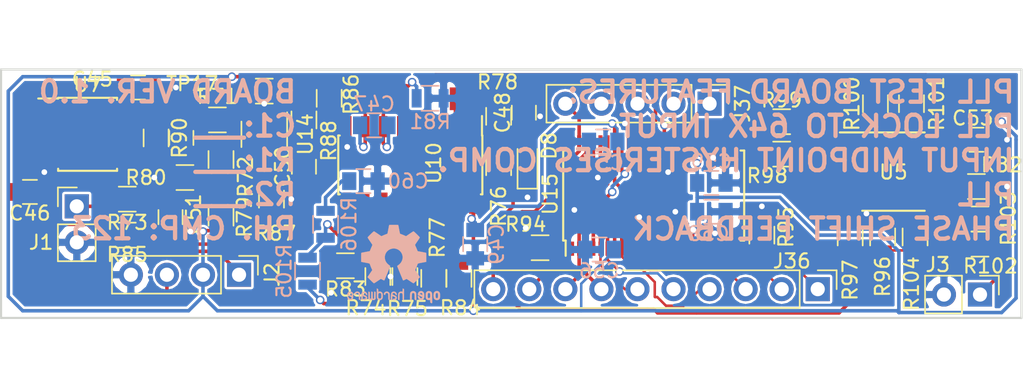
<source format=kicad_pcb>
(kicad_pcb (version 4) (host pcbnew 4.0.7)
  (layers (0 F.Cu signal) (31 B.Cu signal) (34 B.Paste user) (35 F.Paste user) (36 B.SilkS user hide) (37 F.SilkS user) (38 B.Mask user) (39 F.Mask user) (44 Edge.Cuts user))
  (net 0 "")
  (net 1 GND)
  (net 2 /PLL/+5V)
  (net 3 /PLL/-5V)
  (net 4 "Net-(C47-Pad1)")
  (net 5 "Net-(C47-Pad2)")
  (net 6 "Net-(C48-Pad1)")
  (net 7 /PLL/+3V3)
  (net 8 "Net-(C51-Pad2)")
  (net 9 "Net-(C52-Pad1)")
  (net 10 "Net-(C52-Pad2)")
  (net 11 "Net-(C60-Pad1)")
  (net 12 /PLL/CLK_IN)
  (net 13 /PLL/CLK_OUT)
  (net 14 "Net-(J36-Pad1)")
  (net 15 "Net-(J36-Pad2)")
  (net 16 "Net-(J36-Pad3)")
  (net 17 "Net-(J36-Pad4)")
  (net 18 "Net-(J36-Pad5)")
  (net 19 "Net-(J36-Pad6)")
  (net 20 "Net-(J36-Pad7)")
  (net 21 "Net-(J36-Pad8)")
  (net 22 "Net-(J36-Pad9)")
  (net 23 "Net-(J36-Pad10)")
  (net 24 "Net-(J37-Pad1)")
  (net 25 "Net-(J37-Pad2)")
  (net 26 "Net-(J37-Pad3)")
  (net 27 "Net-(J37-Pad4)")
  (net 28 "Net-(R71-Pad2)")
  (net 29 "Net-(R72-Pad2)")
  (net 30 "Net-(R74-Pad1)")
  (net 31 "Net-(R75-Pad1)")
  (net 32 "Net-(R105-Pad2)")
  (net 33 "Net-(R76-Pad2)")
  (net 34 "Net-(R77-Pad2)")
  (net 35 "Net-(R78-Pad2)")
  (net 36 "Net-(R81-Pad1)")
  (net 37 "Net-(R82-Pad1)")
  (net 38 "Net-(R83-Pad1)")
  (net 39 "Net-(R84-Pad2)")
  (net 40 "Net-(R85-Pad2)")
  (net 41 "Net-(R86-Pad1)")
  (net 42 "Net-(R87-Pad1)")
  (net 43 "Net-(R94-Pad2)")
  (net 44 "Net-(R95-Pad2)")
  (net 45 "Net-(R102-Pad2)")
  (net 46 "Net-(R104-Pad2)")
  (net 47 "Net-(R97-Pad1)")
  (net 48 "Net-(R98-Pad1)")
  (net 49 "Net-(R98-Pad2)")
  (net 50 "Net-(R99-Pad1)")
  (net 51 "Net-(R100-Pad1)")
  (net 52 "Net-(R101-Pad1)")
  (net 53 "Net-(R103-Pad2)")
  (net 54 "Net-(R105-Pad1)")
  (net 55 "Net-(U5-Pad1)")
  (net 56 "Net-(U5-Pad5)")
  (net 57 "Net-(U10-Pad4)")
  (net 58 "Net-(U5-Pad12)")
  (net 59 "Net-(U5-Pad14)")
  (net 60 "Net-(U5-Pad15)")
  (net 61 "Net-(U15-Pad17)")
  (net 62 "Net-(U15-Pad19)")
  (net 63 "Net-(U15-Pad20)")
  (net 64 "Net-(U15-Pad22)")
  (net 65 "Net-(U15-Pad23)")
  (net 66 "Net-(U15-Pad26)")
  (net 67 "Net-(U15-Pad27)")
  (net 68 "Net-(U15-Pad29)")
  (net 69 "Net-(U15-Pad30)")
  (module Capacitors_SMD:C_0805 (layer F.Cu) (at 178.308 90.932 180)
    (fp_text reference C45 (at 3.2258 0.5842 180) (layer F.SilkS))
    (fp_text value C)
    (pad 1 smd rect (at -1 0 180) (size 1 1.25) (layers F.Cu F.Paste F.Mask) (net 1 GND))
    (pad 2 smd rect (at 1 0 180) (size 1 1.25) (layers F.Cu F.Paste F.Mask) (net 2 /PLL/+5V))
  )
  (module Capacitors_SMD:C_0805 (layer F.Cu) (at 170.688 98.298 180)
    (fp_text reference C46 (at 0 -1.5 180) (layer F.SilkS))
    (fp_text value C)
    (pad 1 smd rect (at -1 0 180) (size 1 1.25) (layers F.Cu F.Paste F.Mask) (net 1 GND))
    (pad 2 smd rect (at 1 0 180) (size 1 1.25) (layers F.Cu F.Paste F.Mask) (net 3 /PLL/-5V))
  )
  (module Capacitors_SMD:C_0805 (layer B.Cu) (at 194.945 93.599 180)
    (fp_text reference C47 (at 0 1.5 180) (layer B.SilkS) (effects (justify mirror)))
    (fp_text value 100PF)
    (pad 1 smd rect (at -1 0 180) (size 1 1.25) (layers B.Cu B.Paste B.Mask) (net 4 "Net-(C47-Pad1)"))
    (pad 2 smd rect (at 1 0 180) (size 1 1.25) (layers B.Cu B.Paste B.Mask) (net 5 "Net-(C47-Pad2)"))
  )
  (module Capacitors_SMD:C_0805 (layer F.Cu) (at 205.486 92.71 90)
    (fp_text reference C48 (at 0 -1.5 90) (layer F.SilkS))
    (fp_text value 0.1uF)
    (pad 1 smd rect (at -1 0 90) (size 1 1.25) (layers F.Cu F.Paste F.Mask) (net 6 "Net-(C48-Pad1)"))
    (pad 2 smd rect (at 1 0 90) (size 1 1.25) (layers F.Cu F.Paste F.Mask) (net 1 GND))
  )
  (module Capacitors_SMD:C_0805 (layer B.Cu) (at 202.057 101.981 90)
    (fp_text reference C49 (at 0 1.5 90) (layer B.SilkS) (effects (justify mirror)))
    (fp_text value 0.1u)
    (pad 1 smd rect (at -1 0 90) (size 1 1.25) (layers B.Cu B.Paste B.Mask) (net 1 GND))
    (pad 2 smd rect (at 1 0 90) (size 1 1.25) (layers B.Cu B.Paste B.Mask) (net 7 /PLL/+3V3))
  )
  (module Capacitors_SMD:C_0805 (layer F.Cu) (at 189.992 96.52 90)
    (fp_text reference C50 (at 0 -1.5 90) (layer F.SilkS))
    (fp_text value 0.1u)
    (pad 1 smd rect (at -1 0 90) (size 1 1.25) (layers F.Cu F.Paste F.Mask) (net 1 GND))
    (pad 2 smd rect (at 1 0 90) (size 1 1.25) (layers F.Cu F.Paste F.Mask) (net 2 /PLL/+5V))
  )
  (module Capacitors_SMD:C_0805 (layer F.Cu) (at 180.594 100.076 90)
    (fp_text reference C51 (at 0.2032 1.6256 90) (layer F.SilkS))
    (fp_text value 0.1U)
    (pad 1 smd rect (at -1 0 90) (size 1 1.25) (layers F.Cu F.Paste F.Mask) (net 1 GND))
    (pad 2 smd rect (at 1 0 90) (size 1 1.25) (layers F.Cu F.Paste F.Mask) (net 8 "Net-(C51-Pad2)"))
  )
  (module Capacitors_SMD:C_0805 (layer F.Cu) (at 181.356 94.488 270)
    (fp_text reference C52 hide)
    (fp_text value 0.1U)
    (pad 1 smd rect (at -1 0 270) (size 1 1.25) (layers F.Cu F.Paste F.Mask) (net 9 "Net-(C52-Pad1)"))
    (pad 2 smd rect (at 1 0 270) (size 1 1.25) (layers F.Cu F.Paste F.Mask) (net 10 "Net-(C52-Pad2)"))
  )
  (module Capacitors_SMD:C_0805 (layer F.Cu) (at 237.363 94.615 180)
    (fp_text reference C53 (at 0.254 1.524 180) (layer F.SilkS))
    (fp_text value 0.1u)
    (pad 1 smd rect (at -1 0 180) (size 1 1.25) (layers F.Cu F.Paste F.Mask) (net 1 GND))
    (pad 2 smd rect (at 1 0 180) (size 1 1.25) (layers F.Cu F.Paste F.Mask) (net 7 /PLL/+3V3))
  )
  (module Capacitors_SMD:C_0805 (layer B.Cu) (at 210.82 102.362)
    (fp_text reference C56 (at 0 1.5) (layer B.SilkS) (effects (justify mirror)))
    (fp_text value 0.1u)
    (pad 1 smd rect (at -1 0) (size 1 1.25) (layers B.Cu B.Paste B.Mask) (net 1 GND))
    (pad 2 smd rect (at 1 0) (size 1 1.25) (layers B.Cu B.Paste B.Mask) (net 7 /PLL/+3V3))
  )
  (module Capacitors_SMD:C_0805 (layer B.Cu) (at 211.074 94.742)
    (fp_text reference C57 (at 0 1.5) (layer B.SilkS) (effects (justify mirror)))
    (fp_text value 0.1u)
    (pad 1 smd rect (at -1 0) (size 1 1.25) (layers B.Cu B.Paste B.Mask) (net 1 GND))
    (pad 2 smd rect (at 1 0) (size 1 1.25) (layers B.Cu B.Paste B.Mask) (net 7 /PLL/+3V3))
  )
  (module Capacitors_SMD:C_0805 (layer B.Cu) (at 218.694 99.695 180)
    (fp_text reference C58 (at 0.1778 -1.5494 180) (layer B.SilkS) (effects (justify mirror)))
    (fp_text value 0.1u)
    (pad 1 smd rect (at -1 0 180) (size 1 1.25) (layers B.Cu B.Paste B.Mask) (net 1 GND))
    (pad 2 smd rect (at 1 0 180) (size 1 1.25) (layers B.Cu B.Paste B.Mask) (net 7 /PLL/+3V3))
  )
  (module Capacitors_SMD:C_0805 (layer B.Cu) (at 218.694 97.663 180)
    (fp_text reference C59 (at 0 1.5 180) (layer B.SilkS) (effects (justify mirror)))
    (fp_text value 0.1u)
    (pad 1 smd rect (at -1 0 180) (size 1 1.25) (layers B.Cu B.Paste B.Mask) (net 1 GND))
    (pad 2 smd rect (at 1 0 180) (size 1 1.25) (layers B.Cu B.Paste B.Mask) (net 7 /PLL/+3V3))
  )
  (module Capacitors_SMD:C_0805 (layer B.Cu) (at 194.183 97.536)
    (fp_text reference C60 (at 3.1496 0) (layer B.SilkS) (effects (justify mirror)))
    (fp_text value C)
    (pad 1 smd rect (at -1 0) (size 1 1.25) (layers B.Cu B.Paste B.Mask) (net 11 "Net-(C60-Pad1)"))
    (pad 2 smd rect (at 1 0) (size 1 1.25) (layers B.Cu B.Paste B.Mask) (net 1 GND))
  )
  (module LEDs:LED_0805 (layer F.Cu) (at 205.74 96.266 90)
    (fp_text reference D8 (at 1.2192 1.524 90) (layer F.SilkS))
    (fp_text value LED)
    (pad 2 smd rect (at 1.1 0 270) (size 1.2 1.2) (layers F.Cu F.Paste F.Mask) (net 6 "Net-(C48-Pad1)"))
    (pad 1 smd rect (at -1.1 0 270) (size 1.2 1.2) (layers F.Cu F.Paste F.Mask) (net 1 GND))
  )
  (module Pin_Headers:Pin_Header_Straight_1x02_Pitch2.54mm (layer F.Cu) (at 173.99 99.314)
    (fp_text reference J1 (at -2.5146 2.54) (layer F.SilkS))
    (fp_text value Conn_01x02)
    (pad 1 thru_hole rect (at 0 0) (size 1.7 1.7) (drill 1) (layers *.Cu *.Mask) (net 12 /PLL/CLK_IN))
    (pad 2 thru_hole oval (at 0 2.54) (size 1.7 1.7) (drill 1) (layers *.Cu *.Mask) (net 1 GND))
  )
  (module Pin_Headers:Pin_Header_Straight_1x04_Pitch2.54mm (layer F.Cu) (at 185.42 104.14 270)
    (fp_text reference J2 (at 0 -2.33 270) (layer F.SilkS))
    (fp_text value Conn_01x04)
    (pad 1 thru_hole rect (at 0 0 270) (size 1.7 1.7) (drill 1) (layers *.Cu *.Mask) (net 2 /PLL/+5V))
    (pad 2 thru_hole oval (at 0 2.54 270) (size 1.7 1.7) (drill 1) (layers *.Cu *.Mask) (net 7 /PLL/+3V3))
    (pad 3 thru_hole oval (at 0 5.08 270) (size 1.7 1.7) (drill 1) (layers *.Cu *.Mask) (net 3 /PLL/-5V))
    (pad 4 thru_hole oval (at 0 7.62 270) (size 1.7 1.7) (drill 1) (layers *.Cu *.Mask) (net 1 GND))
  )
  (module Pin_Headers:Pin_Header_Straight_1x02_Pitch2.54mm (layer F.Cu) (at 237.617 105.537 270)
    (fp_text reference J3 (at -2.1082 2.9718 360) (layer F.SilkS))
    (fp_text value Conn_01x02)
    (pad 1 thru_hole rect (at 0 0 270) (size 1.7 1.7) (drill 1) (layers *.Cu *.Mask) (net 13 /PLL/CLK_OUT))
    (pad 2 thru_hole oval (at 0 2.54 270) (size 1.7 1.7) (drill 1) (layers *.Cu *.Mask) (net 1 GND))
  )
  (module Pin_Headers:Pin_Header_Straight_1x10_Pitch2.54mm (layer F.Cu) (at 226.187 105.156 270)
    (fp_text reference J36 (at -1.9812 1.8288 360) (layer F.SilkS))
    (fp_text value "DELAY SEL FINE")
    (pad 1 thru_hole rect (at 0 0 270) (size 1.7 1.7) (drill 1) (layers *.Cu *.Mask) (net 14 "Net-(J36-Pad1)"))
    (pad 2 thru_hole oval (at 0 2.54 270) (size 1.7 1.7) (drill 1) (layers *.Cu *.Mask) (net 15 "Net-(J36-Pad2)"))
    (pad 3 thru_hole oval (at 0 5.08 270) (size 1.7 1.7) (drill 1) (layers *.Cu *.Mask) (net 16 "Net-(J36-Pad3)"))
    (pad 4 thru_hole oval (at 0 7.62 270) (size 1.7 1.7) (drill 1) (layers *.Cu *.Mask) (net 17 "Net-(J36-Pad4)"))
    (pad 5 thru_hole oval (at 0 10.16 270) (size 1.7 1.7) (drill 1) (layers *.Cu *.Mask) (net 18 "Net-(J36-Pad5)"))
    (pad 6 thru_hole oval (at 0 12.7 270) (size 1.7 1.7) (drill 1) (layers *.Cu *.Mask) (net 19 "Net-(J36-Pad6)"))
    (pad 7 thru_hole oval (at 0 15.24 270) (size 1.7 1.7) (drill 1) (layers *.Cu *.Mask) (net 20 "Net-(J36-Pad7)"))
    (pad 8 thru_hole oval (at 0 17.78 270) (size 1.7 1.7) (drill 1) (layers *.Cu *.Mask) (net 21 "Net-(J36-Pad8)"))
    (pad 9 thru_hole oval (at 0 20.32 270) (size 1.7 1.7) (drill 1) (layers *.Cu *.Mask) (net 22 "Net-(J36-Pad9)"))
    (pad 10 thru_hole oval (at 0 22.86 270) (size 1.7 1.7) (drill 1) (layers *.Cu *.Mask) (net 23 "Net-(J36-Pad10)"))
  )
  (module Pin_Headers:Pin_Header_Straight_1x05_Pitch2.54mm (layer F.Cu) (at 218.567 92.075 270)
    (fp_text reference J37 (at 0 -2.33 270) (layer F.SilkS))
    (fp_text value "DELAY SEL COARSE")
    (pad 1 thru_hole rect (at 0 0 270) (size 1.7 1.7) (drill 1) (layers *.Cu *.Mask) (net 24 "Net-(J37-Pad1)"))
    (pad 2 thru_hole oval (at 0 2.54 270) (size 1.7 1.7) (drill 1) (layers *.Cu *.Mask) (net 25 "Net-(J37-Pad2)"))
    (pad 3 thru_hole oval (at 0 5.08 270) (size 1.7 1.7) (drill 1) (layers *.Cu *.Mask) (net 26 "Net-(J37-Pad3)"))
    (pad 4 thru_hole oval (at 0 7.62 270) (size 1.7 1.7) (drill 1) (layers *.Cu *.Mask) (net 27 "Net-(J37-Pad4)"))
    (pad 5 thru_hole oval (at 0 10.16 270) (size 1.7 1.7) (drill 1) (layers *.Cu *.Mask) (net 22 "Net-(J36-Pad9)"))
  )
  (module Resistors_SMD:R_0805 (layer F.Cu) (at 183.896 93.218)
    (fp_text reference R71 (at 0 -1.65) (layer F.SilkS))
    (fp_text value 0)
    (pad 1 smd rect (at -0.95 0) (size 0.7 1.3) (layers F.Cu F.Paste F.Mask) (net 9 "Net-(C52-Pad1)"))
    (pad 2 smd rect (at 0.95 0) (size 0.7 1.3) (layers F.Cu F.Paste F.Mask) (net 28 "Net-(R71-Pad2)"))
  )
  (module Resistors_SMD:R_0805 (layer F.Cu) (at 184.15 96.012 270)
    (fp_text reference R72 (at 1.2192 -1.7272 270) (layer F.SilkS))
    (fp_text value 0)
    (pad 1 smd rect (at -0.95 0 270) (size 0.7 1.3) (layers F.Cu F.Paste F.Mask) (net 28 "Net-(R71-Pad2)"))
    (pad 2 smd rect (at 0.95 0 270) (size 0.7 1.3) (layers F.Cu F.Paste F.Mask) (net 29 "Net-(R72-Pad2)"))
  )
  (module Resistors_SMD:R_0805 (layer F.Cu) (at 177.546 98.806 180)
    (fp_text reference R73 (at 0 -1.65 180) (layer F.SilkS))
    (fp_text value 1M)
    (pad 1 smd rect (at -0.95 0 180) (size 0.7 1.3) (layers F.Cu F.Paste F.Mask) (net 8 "Net-(C51-Pad2)"))
    (pad 2 smd rect (at 0.95 0 180) (size 0.7 1.3) (layers F.Cu F.Paste F.Mask) (net 12 /PLL/CLK_IN))
  )
  (module Resistors_SMD:R_0805 (layer F.Cu) (at 195.199 104.267 270)
    (fp_text reference R74 (at 2.2098 0.8382 360) (layer F.SilkS))
    (fp_text value 10K)
    (pad 1 smd rect (at -0.95 0 270) (size 0.7 1.3) (layers F.Cu F.Paste F.Mask) (net 30 "Net-(R74-Pad1)"))
    (pad 2 smd rect (at 0.95 0 270) (size 0.7 1.3) (layers F.Cu F.Paste F.Mask) (net 1 GND))
  )
  (module Resistors_SMD:R_0805 (layer F.Cu) (at 197.104 104.267 270)
    (fp_text reference R75 (at 2.2606 -0.1778 360) (layer F.SilkS))
    (fp_text value 10K)
    (pad 1 smd rect (at -0.95 0 270) (size 0.7 1.3) (layers F.Cu F.Paste F.Mask) (net 31 "Net-(R75-Pad1)"))
    (pad 2 smd rect (at 0.95 0 270) (size 0.7 1.3) (layers F.Cu F.Paste F.Mask) (net 1 GND))
  )
  (module Resistors_SMD:R_0805 (layer F.Cu) (at 203.708 96.52 90)
    (fp_text reference R76 (at -2.794 0 90) (layer F.SilkS))
    (fp_text value 0)
    (pad 1 smd rect (at -0.95 0 90) (size 0.7 1.3) (layers F.Cu F.Paste F.Mask) (net 32 "Net-(R105-Pad2)"))
    (pad 2 smd rect (at 0.95 0 90) (size 0.7 1.3) (layers F.Cu F.Paste F.Mask) (net 33 "Net-(R76-Pad2)"))
  )
  (module Resistors_SMD:R_0805 (layer F.Cu) (at 199.136 104.394 270)
    (fp_text reference R77 (at -2.8702 -0.254 270) (layer F.SilkS))
    (fp_text value 0)
    (pad 1 smd rect (at -0.95 0 270) (size 0.7 1.3) (layers F.Cu F.Paste F.Mask) (net 32 "Net-(R105-Pad2)"))
    (pad 2 smd rect (at 0.95 0 270) (size 0.7 1.3) (layers F.Cu F.Paste F.Mask) (net 34 "Net-(R77-Pad2)"))
  )
  (module Resistors_SMD:R_0805 (layer F.Cu) (at 203.708 92.964 90)
    (fp_text reference R78 (at 2.413 -0.0762 180) (layer F.SilkS))
    (fp_text value 200)
    (pad 1 smd rect (at -0.95 0 90) (size 0.7 1.3) (layers F.Cu F.Paste F.Mask) (net 6 "Net-(C48-Pad1)"))
    (pad 2 smd rect (at 0.95 0 90) (size 0.7 1.3) (layers F.Cu F.Paste F.Mask) (net 35 "Net-(R78-Pad2)"))
  )
  (module Resistors_SMD:R_0805 (layer F.Cu) (at 184.15 100.076 270)
    (fp_text reference R79 (at 0 -1.65 270) (layer F.SilkS))
    (fp_text value 10K)
    (pad 1 smd rect (at -0.95 0 270) (size 0.7 1.3) (layers F.Cu F.Paste F.Mask) (net 29 "Net-(R72-Pad2)"))
    (pad 2 smd rect (at 0.95 0 270) (size 0.7 1.3) (layers F.Cu F.Paste F.Mask) (net 7 /PLL/+3V3))
  )
  (module Resistors_SMD:R_0805 (layer F.Cu) (at 181.61 97.282)
    (fp_text reference R80 (at -2.7432 0) (layer F.SilkS))
    (fp_text value 10K)
    (pad 1 smd rect (at -0.95 0) (size 0.7 1.3) (layers F.Cu F.Paste F.Mask) (net 1 GND))
    (pad 2 smd rect (at 0.95 0) (size 0.7 1.3) (layers F.Cu F.Paste F.Mask) (net 29 "Net-(R72-Pad2)"))
  )
  (module Resistors_SMD:R_0805 (layer B.Cu) (at 198.882 91.694)
    (fp_text reference R81 (at 0 1.65) (layer B.SilkS) (effects (justify mirror)))
    (fp_text value 10K)
    (pad 1 smd rect (at -0.95 0) (size 0.7 1.3) (layers B.Cu B.Paste B.Mask) (net 36 "Net-(R81-Pad1)"))
    (pad 2 smd rect (at 0.95 0) (size 0.7 1.3) (layers B.Cu B.Paste B.Mask) (net 1 GND))
  )
  (module Resistors_SMD:R_0805 (layer F.Cu) (at 237.363 97.917)
    (fp_text reference R82 (at 1.778 -1.524) (layer F.SilkS))
    (fp_text value 10K)
    (pad 1 smd rect (at -0.95 0) (size 0.7 1.3) (layers F.Cu F.Paste F.Mask) (net 37 "Net-(R82-Pad1)"))
    (pad 2 smd rect (at 0.95 0) (size 0.7 1.3) (layers F.Cu F.Paste F.Mask) (net 1 GND))
  )
  (module Resistors_SMD:R_0805 (layer F.Cu) (at 192.913 103.505 180)
    (fp_text reference R83 (at 0 -1.65 180) (layer F.SilkS))
    (fp_text value R)
    (pad 1 smd rect (at -0.95 0 180) (size 0.7 1.3) (layers F.Cu F.Paste F.Mask) (net 38 "Net-(R83-Pad1)"))
    (pad 2 smd rect (at 0.95 0 180) (size 0.7 1.3) (layers F.Cu F.Paste F.Mask) (net 1 GND))
  )
  (module Resistors_SMD:R_0805 (layer F.Cu) (at 200.914 104.394 90)
    (fp_text reference R84 (at -2.0828 0.1016 180) (layer F.SilkS))
    (fp_text value 0)
    (pad 1 smd rect (at -0.95 0 90) (size 0.7 1.3) (layers F.Cu F.Paste F.Mask) (net 32 "Net-(R105-Pad2)"))
    (pad 2 smd rect (at 0.95 0 90) (size 0.7 1.3) (layers F.Cu F.Paste F.Mask) (net 39 "Net-(R84-Pad2)"))
  )
  (module Resistors_SMD:R_0805 (layer F.Cu) (at 177.546 101.346)
    (fp_text reference R85 (at 0 1.3716) (layer F.SilkS))
    (fp_text value 0)
    (pad 1 smd rect (at -0.95 0) (size 0.7 1.3) (layers F.Cu F.Paste F.Mask) (net 12 /PLL/CLK_IN))
    (pad 2 smd rect (at 0.95 0) (size 0.7 1.3) (layers F.Cu F.Paste F.Mask) (net 40 "Net-(R85-Pad2)"))
  )
  (module Resistors_SMD:R_0805 (layer F.Cu) (at 191.77 91.694 270)
    (fp_text reference R86 (at -0.2794 -1.5494 270) (layer F.SilkS))
    (fp_text value 0)
    (pad 1 smd rect (at -0.95 0 270) (size 0.7 1.3) (layers F.Cu F.Paste F.Mask) (net 41 "Net-(R86-Pad1)"))
    (pad 2 smd rect (at 0.95 0 270) (size 0.7 1.3) (layers F.Cu F.Paste F.Mask) (net 40 "Net-(R85-Pad2)"))
  )
  (module Resistors_SMD:R_0805 (layer F.Cu) (at 187.706 98.806 270)
    (fp_text reference R87 (at 2.413 -0.2794 360) (layer F.SilkS))
    (fp_text value 10K)
    (pad 1 smd rect (at -0.95 0 270) (size 0.7 1.3) (layers F.Cu F.Paste F.Mask) (net 42 "Net-(R87-Pad1)"))
    (pad 2 smd rect (at 0.95 0 270) (size 0.7 1.3) (layers F.Cu F.Paste F.Mask) (net 12 /PLL/CLK_IN))
  )
  (module Resistors_SMD:R_0805 (layer F.Cu) (at 189.992 93.218 270)
    (fp_text reference R88 (at 1.4732 -1.7526 270) (layer F.SilkS))
    (fp_text value 100K)
    (pad 1 smd rect (at -0.95 0 270) (size 0.7 1.3) (layers F.Cu F.Paste F.Mask) (net 41 "Net-(R86-Pad1)"))
    (pad 2 smd rect (at 0.95 0 270) (size 0.7 1.3) (layers F.Cu F.Paste F.Mask) (net 42 "Net-(R87-Pad1)"))
  )
  (module Resistors_SMD:R_0805 (layer F.Cu) (at 187.198 91.186)
    (fp_text reference R89 hide)
    (fp_text value 10K)
    (pad 1 smd rect (at -0.95 0) (size 0.7 1.3) (layers F.Cu F.Paste F.Mask) (net 7 /PLL/+3V3))
    (pad 2 smd rect (at 0.95 0) (size 0.7 1.3) (layers F.Cu F.Paste F.Mask) (net 41 "Net-(R86-Pad1)"))
  )
  (module Resistors_SMD:R_0805 (layer F.Cu) (at 179.578 94.488 270)
    (fp_text reference R90 (at 0 -1.65 270) (layer F.SilkS))
    (fp_text value 1M)
    (pad 1 smd rect (at -0.95 0 270) (size 0.7 1.3) (layers F.Cu F.Paste F.Mask) (net 9 "Net-(C52-Pad1)"))
    (pad 2 smd rect (at 0.95 0 270) (size 0.7 1.3) (layers F.Cu F.Paste F.Mask) (net 10 "Net-(C52-Pad2)"))
  )
  (module Resistors_SMD:R_0805 (layer F.Cu) (at 206.629 102.235)
    (fp_text reference R94 (at -1.016 -1.651) (layer F.SilkS))
    (fp_text value 10K)
    (pad 1 smd rect (at -0.95 0) (size 0.7 1.3) (layers F.Cu F.Paste F.Mask) (net 1 GND))
    (pad 2 smd rect (at 0.95 0) (size 0.7 1.3) (layers F.Cu F.Paste F.Mask) (net 43 "Net-(R94-Pad2)"))
  )
  (module Resistors_SMD:R_0805 (layer F.Cu) (at 222.25 101.346 270)
    (fp_text reference R95 (at -0.5588 -1.7018 270) (layer F.SilkS))
    (fp_text value 10K)
    (pad 1 smd rect (at -0.95 0 270) (size 0.7 1.3) (layers F.Cu F.Paste F.Mask) (net 1 GND))
    (pad 2 smd rect (at 0.95 0 270) (size 0.7 1.3) (layers F.Cu F.Paste F.Mask) (net 44 "Net-(R95-Pad2)"))
  )
  (module Resistors_SMD:R_0805 (layer F.Cu) (at 230.759 101.473 270)
    (fp_text reference R96 (at 2.794 0 270) (layer F.SilkS))
    (fp_text value 0)
    (pad 1 smd rect (at -0.95 0 270) (size 0.7 1.3) (layers F.Cu F.Paste F.Mask) (net 45 "Net-(R102-Pad2)"))
    (pad 2 smd rect (at 0.95 0 270) (size 0.7 1.3) (layers F.Cu F.Paste F.Mask) (net 46 "Net-(R104-Pad2)"))
  )
  (module Resistors_SMD:R_0805 (layer F.Cu) (at 228.473 101.473 270)
    (fp_text reference R97 (at 3.048 0 270) (layer F.SilkS))
    (fp_text value 0)
    (pad 1 smd rect (at -0.95 0 270) (size 0.7 1.3) (layers F.Cu F.Paste F.Mask) (net 47 "Net-(R97-Pad1)"))
    (pad 2 smd rect (at 0.95 0 270) (size 0.7 1.3) (layers F.Cu F.Paste F.Mask) (net 46 "Net-(R104-Pad2)"))
  )
  (module Resistors_SMD:R_0805 (layer F.Cu) (at 223.647 95.631 180)
    (fp_text reference R98 (at 1.016 -1.524 180) (layer F.SilkS))
    (fp_text value 0)
    (pad 1 smd rect (at -0.95 0 180) (size 0.7 1.3) (layers F.Cu F.Paste F.Mask) (net 48 "Net-(R98-Pad1)"))
    (pad 2 smd rect (at 0.95 0 180) (size 0.7 1.3) (layers F.Cu F.Paste F.Mask) (net 49 "Net-(R98-Pad2)"))
  )
  (module Resistors_SMD:R_0805 (layer F.Cu) (at 223.647 93.345 180)
    (fp_text reference R99 (at 0 1.524 180) (layer F.SilkS))
    (fp_text value 0)
    (pad 1 smd rect (at -0.95 0 180) (size 0.7 1.3) (layers F.Cu F.Paste F.Mask) (net 50 "Net-(R99-Pad1)"))
    (pad 2 smd rect (at 0.95 0 180) (size 0.7 1.3) (layers F.Cu F.Paste F.Mask) (net 49 "Net-(R98-Pad2)"))
  )
  (module Resistors_SMD:R_0805 (layer F.Cu) (at 230.251 92.075 90)
    (fp_text reference R100 (at 0 -1.65 90) (layer F.SilkS))
    (fp_text value 0)
    (pad 1 smd rect (at -0.95 0 90) (size 0.7 1.3) (layers F.Cu F.Paste F.Mask) (net 51 "Net-(R100-Pad1)"))
    (pad 2 smd rect (at 0.95 0 90) (size 0.7 1.3) (layers F.Cu F.Paste F.Mask) (net 27 "Net-(J37-Pad4)"))
  )
  (module Resistors_SMD:R_0805 (layer F.Cu) (at 232.791 92.075 90)
    (fp_text reference R101 (at 0 1.778 90) (layer F.SilkS))
    (fp_text value 0)
    (pad 1 smd rect (at -0.95 0 90) (size 0.7 1.3) (layers F.Cu F.Paste F.Mask) (net 52 "Net-(R101-Pad1)"))
    (pad 2 smd rect (at 0.95 0 90) (size 0.7 1.3) (layers F.Cu F.Paste F.Mask) (net 27 "Net-(J37-Pad4)"))
  )
  (module Resistors_SMD:R_0805 (layer F.Cu) (at 237.617 101.981 180)
    (fp_text reference R102 (at -0.7366 -1.5494 360) (layer F.SilkS))
    (fp_text value 0)
    (pad 1 smd rect (at -0.95 0 180) (size 0.7 1.3) (layers F.Cu F.Paste F.Mask) (net 13 /PLL/CLK_OUT))
    (pad 2 smd rect (at 0.95 0 180) (size 0.7 1.3) (layers F.Cu F.Paste F.Mask) (net 45 "Net-(R102-Pad2)"))
  )
  (module Resistors_SMD:R_0805 (layer F.Cu) (at 237.617 100.203 180)
    (fp_text reference R103 (at -2.0066 0.0254 270) (layer F.SilkS))
    (fp_text value 0)
    (pad 1 smd rect (at -0.95 0 180) (size 0.7 1.3) (layers F.Cu F.Paste F.Mask) (net 13 /PLL/CLK_OUT))
    (pad 2 smd rect (at 0.95 0 180) (size 0.7 1.3) (layers F.Cu F.Paste F.Mask) (net 53 "Net-(R103-Pad2)"))
  )
  (module Resistors_SMD:R_0805 (layer F.Cu) (at 233.045 101.473 270)
    (fp_text reference R104 (at 3.302 0.254 270) (layer F.SilkS))
    (fp_text value 0)
    (pad 1 smd rect (at -0.95 0 270) (size 0.7 1.3) (layers F.Cu F.Paste F.Mask) (net 53 "Net-(R103-Pad2)"))
    (pad 2 smd rect (at 0.95 0 270) (size 0.7 1.3) (layers F.Cu F.Paste F.Mask) (net 46 "Net-(R104-Pad2)"))
  )
  (module Resistors_SMD:R_0805 (layer B.Cu) (at 190.246 103.886 270)
    (fp_text reference R105 (at 0 1.65 270) (layer B.SilkS) (effects (justify mirror)))
    (fp_text value R)
    (pad 1 smd rect (at -0.95 0 270) (size 0.7 1.3) (layers B.Cu B.Paste B.Mask) (net 54 "Net-(R105-Pad1)"))
    (pad 2 smd rect (at 0.95 0 270) (size 0.7 1.3) (layers B.Cu B.Paste B.Mask) (net 32 "Net-(R105-Pad2)"))
  )
  (module Resistors_SMD:R_0805 (layer B.Cu) (at 191.516 100.584 90)
    (fp_text reference R106 (at 0 1.65 90) (layer B.SilkS) (effects (justify mirror)))
    (fp_text value R)
    (pad 1 smd rect (at -0.95 0 90) (size 0.7 1.3) (layers B.Cu B.Paste B.Mask) (net 54 "Net-(R105-Pad1)"))
    (pad 2 smd rect (at 0.95 0 90) (size 0.7 1.3) (layers B.Cu B.Paste B.Mask) (net 11 "Net-(C60-Pad1)"))
  )
  (module footprints:tyco_RCU_0603_Probe_Pad (layer F.Cu) (at 182.118 90.17)
    (fp_text reference TP17 (at 0 0.5) (layer F.SilkS))
    (fp_text value CLK-IN-MIDPOINT)
    (pad 1 smd rect (at -0.6 1.9) (size 1.6 0.8) (layers F.Cu F.Paste F.Mask) (net 9 "Net-(C52-Pad1)"))
  )
  (module footprints:tyco_RCU_0603_Probe_Pad (layer F.Cu) (at 202.565 92.329 270)
    (fp_text reference TP18 hide)
    (fp_text value PC1)
    (pad 1 smd rect (at -0.6 1.9 270) (size 1.6 0.8) (layers F.Cu F.Paste F.Mask) (net 33 "Net-(R76-Pad2)"))
  )
  (module footprints:tyco_RCU_0603_Probe_Pad (layer F.Cu) (at 194.945 101.981 270)
    (fp_text reference TP19 hide)
    (fp_text value VCO-IN)
    (pad 1 smd rect (at -0.6 1.9 270) (size 1.6 0.8) (layers F.Cu F.Paste F.Mask) (net 54 "Net-(R105-Pad1)"))
  )
  (module footprints:tyco_RCU_0603_Probe_Pad (layer F.Cu) (at 200.025 101.981 270)
    (fp_text reference TP20 hide)
    (fp_text value PC2)
    (pad 1 smd rect (at -0.6 1.9 270) (size 1.6 0.8) (layers F.Cu F.Paste F.Mask) (net 34 "Net-(R77-Pad2)"))
  )
  (module footprints:tyco_RCU_0603_Probe_Pad (layer F.Cu) (at 203.835 92.329 270)
    (fp_text reference TP21 hide)
    (fp_text value PCP)
    (pad 1 smd rect (at -0.6 1.9 270) (size 1.6 0.8) (layers F.Cu F.Paste F.Mask) (net 35 "Net-(R78-Pad2)"))
  )
  (module footprints:tyco_RCU_0603_Probe_Pad (layer F.Cu) (at 226.949 95.123)
    (fp_text reference TP22 hide)
    (fp_text value F/64)
    (pad 1 smd rect (at -0.6 1.9) (size 1.6 0.8) (layers F.Cu F.Paste F.Mask) (net 51 "Net-(R100-Pad1)"))
  )
  (module footprints:tyco_RCU_0603_Probe_Pad (layer F.Cu) (at 198.755 92.075 270)
    (fp_text reference TP24 hide)
    (fp_text value INH)
    (pad 1 smd rect (at -0.6 1.9 270) (size 1.6 0.8) (layers F.Cu F.Paste F.Mask) (net 36 "Net-(R81-Pad1)"))
  )
  (module footprints:tyco_RCU_0603_Probe_Pad (layer F.Cu) (at 196.215 101.981 270)
    (fp_text reference TP25 hide)
    (fp_text value DEM_OUT)
    (pad 1 smd rect (at -0.6 1.9 270) (size 1.6 0.8) (layers F.Cu F.Paste F.Mask) (net 38 "Net-(R83-Pad1)"))
  )
  (module footprints:tyco_RCU_0603_Probe_Pad (layer F.Cu) (at 202.565 101.727 270)
    (fp_text reference TP26 hide)
    (fp_text value PC3)
    (pad 1 smd rect (at -0.6 1.9 270) (size 1.6 0.8) (layers F.Cu F.Paste F.Mask) (net 39 "Net-(R84-Pad2)"))
  )
  (module footprints:tyco_RCU_0603_Probe_Pad (layer F.Cu) (at 190.5 88.9)
    (fp_text reference TP27 hide)
    (fp_text value SIGCON_OUT)
    (pad 1 smd rect (at -0.6 1.9) (size 1.6 0.8) (layers F.Cu F.Paste F.Mask) (net 41 "Net-(R86-Pad1)"))
  )
  (module footprints:tyco_RCU_0603_Probe_Pad (layer F.Cu) (at 235.585 98.425)
    (fp_text reference TP28 hide)
    (fp_text value "F - COUNT")
    (pad 1 smd rect (at -0.6 1.9) (size 1.6 0.8) (layers F.Cu F.Paste F.Mask) (net 53 "Net-(R103-Pad2)"))
  )
  (module footprints:tyco_RCU_0603_Probe_Pad (layer F.Cu) (at 226.949 92.583)
    (fp_text reference TP30 hide)
    (fp_text value F/32)
    (pad 1 smd rect (at -0.6 1.9) (size 1.6 0.8) (layers F.Cu F.Paste F.Mask) (net 50 "Net-(R99-Pad1)"))
  )
  (module footprints:tyco_RCU_0603_Probe_Pad (layer F.Cu) (at 235.585 99.695)
    (fp_text reference TP31 hide)
    (fp_text value F/2)
    (pad 1 smd rect (at -0.6 1.9) (size 1.6 0.8) (layers F.Cu F.Paste F.Mask) (net 45 "Net-(R102-Pad2)"))
  )
  (module footprints:tyco_RCU_0603_Probe_Pad (layer F.Cu) (at 222.885 96.901 90)
    (fp_text reference TP32 hide)
    (fp_text value "COARL CLK IN")
    (pad 1 smd rect (at -0.6 1.9 90) (size 1.6 0.8) (layers F.Cu F.Paste F.Mask) (net 49 "Net-(R98-Pad2)"))
  )
  (module footprints:tyco_RCU_0603_Probe_Pad (layer F.Cu) (at 227.203 90.043)
    (fp_text reference TP33 hide)
    (fp_text value "FMOD IN")
    (pad 1 smd rect (at -0.6 1.9) (size 1.6 0.8) (layers F.Cu F.Paste F.Mask) (net 27 "Net-(J37-Pad4)"))
  )
  (module footprints:tyco_RCU_0603_Probe_Pad (layer F.Cu) (at 225.933 104.267 180)
    (fp_text reference TP34 hide)
    (fp_text value "FINE CLK IN")
    (pad 1 smd rect (at -0.6 1.9 180) (size 1.6 0.8) (layers F.Cu F.Paste F.Mask) (net 46 "Net-(R104-Pad2)"))
  )
  (module footprints:tyco_RCU_0603_Probe_Pad (layer F.Cu) (at 226.949 96.393)
    (fp_text reference TP35 hide)
    (fp_text value F/4)
    (pad 1 smd rect (at -0.6 1.9) (size 1.6 0.8) (layers F.Cu F.Paste F.Mask) (net 47 "Net-(R97-Pad1)"))
  )
  (module footprints:tyco_RCU_0603_Probe_Pad (layer F.Cu) (at 226.949 93.853)
    (fp_text reference TP36 hide)
    (fp_text value F/16)
    (pad 1 smd rect (at -0.6 1.9) (size 1.6 0.8) (layers F.Cu F.Paste F.Mask) (net 48 "Net-(R98-Pad1)"))
  )
  (module footprints:tyco_RCU_0603_Probe_Pad (layer F.Cu) (at 237.363 94.361)
    (fp_text reference TP37 hide)
    (fp_text value F/128)
    (pad 1 smd rect (at -0.6 1.9) (size 1.6 0.8) (layers F.Cu F.Paste F.Mask) (net 52 "Net-(R101-Pad1)"))
  )
  (module footprints:tyco_RCU_0603_Probe_Pad (layer F.Cu) (at 197.485 92.075 270)
    (fp_text reference TP38 hide)
    (fp_text value C1A)
    (pad 1 smd rect (at -0.6 1.9 270) (size 1.6 0.8) (layers F.Cu F.Paste F.Mask) (net 4 "Net-(C47-Pad1)"))
  )
  (module footprints:tyco_RCU_0603_Probe_Pad (layer F.Cu) (at 196.215 92.075 270)
    (fp_text reference TP39 hide)
    (fp_text value C1B)
    (pad 1 smd rect (at -0.6 1.9 270) (size 1.6 0.8) (layers F.Cu F.Paste F.Mask) (net 5 "Net-(C47-Pad2)"))
  )
  (module footprints:tyco_RCU_0603_Probe_Pad (layer F.Cu) (at 198.755 101.981 270)
    (fp_text reference TP40 hide)
    (fp_text value R2)
    (pad 1 smd rect (at -0.6 1.9 270) (size 1.6 0.8) (layers F.Cu F.Paste F.Mask) (net 31 "Net-(R75-Pad1)"))
  )
  (module footprints:tyco_RCU_0603_Probe_Pad (layer F.Cu) (at 197.485 101.981 270)
    (fp_text reference TP41 hide)
    (fp_text value R1)
    (pad 1 smd rect (at -0.6 1.9 270) (size 1.6 0.8) (layers F.Cu F.Paste F.Mask) (net 30 "Net-(R74-Pad1)"))
  )
  (module Housings_SSOP:TSSOP-16_4.4x5mm_Pitch0.65mm (layer F.Cu) (at 231.521 96.901)
    (fp_text reference U5 (at 0 0) (layer F.SilkS))
    (fp_text value 74HC4040)
    (pad 1 smd rect (at -2.95 -2.275) (size 1.5 0.45) (layers F.Cu F.Paste F.Mask) (net 55 "Net-(U5-Pad1)"))
    (pad 2 smd rect (at -2.95 -1.625) (size 1.5 0.45) (layers F.Cu F.Paste F.Mask) (net 50 "Net-(R99-Pad1)"))
    (pad 3 smd rect (at -2.95 -0.975) (size 1.5 0.45) (layers F.Cu F.Paste F.Mask) (net 48 "Net-(R98-Pad1)"))
    (pad 4 smd rect (at -2.95 -0.325) (size 1.5 0.45) (layers F.Cu F.Paste F.Mask) (net 51 "Net-(R100-Pad1)"))
    (pad 5 smd rect (at -2.95 0.325) (size 1.5 0.45) (layers F.Cu F.Paste F.Mask) (net 56 "Net-(U5-Pad5)"))
    (pad 6 smd rect (at -2.95 0.975) (size 1.5 0.45) (layers F.Cu F.Paste F.Mask) (net 47 "Net-(R97-Pad1)"))
    (pad 7 smd rect (at -2.95 1.625) (size 1.5 0.45) (layers F.Cu F.Paste F.Mask) (net 45 "Net-(R102-Pad2)"))
    (pad 8 smd rect (at -2.95 2.275) (size 1.5 0.45) (layers F.Cu F.Paste F.Mask) (net 1 GND))
    (pad 9 smd rect (at 2.95 2.275) (size 1.5 0.45) (layers F.Cu F.Paste F.Mask) (net 53 "Net-(R103-Pad2)"))
    (pad 10 smd rect (at 2.95 1.625) (size 1.5 0.45) (layers F.Cu F.Paste F.Mask) (net 57 "Net-(U10-Pad4)"))
    (pad 11 smd rect (at 2.95 0.975) (size 1.5 0.45) (layers F.Cu F.Paste F.Mask) (net 37 "Net-(R82-Pad1)"))
    (pad 12 smd rect (at 2.95 0.325) (size 1.5 0.45) (layers F.Cu F.Paste F.Mask) (net 58 "Net-(U5-Pad12)"))
    (pad 13 smd rect (at 2.95 -0.325) (size 1.5 0.45) (layers F.Cu F.Paste F.Mask) (net 52 "Net-(R101-Pad1)"))
    (pad 14 smd rect (at 2.95 -0.975) (size 1.5 0.45) (layers F.Cu F.Paste F.Mask) (net 59 "Net-(U5-Pad14)"))
    (pad 15 smd rect (at 2.95 -1.625) (size 1.5 0.45) (layers F.Cu F.Paste F.Mask) (net 60 "Net-(U5-Pad15)"))
    (pad 16 smd rect (at 2.95 -2.275) (size 1.5 0.45) (layers F.Cu F.Paste F.Mask) (net 7 /PLL/+3V3))
  )
  (module Housings_SOIC:SOIC-16_3.9x9.9mm_Pitch1.27mm (layer F.Cu) (at 197.485 96.393 270)
    (fp_text reference U10 (at -0.127 -1.651 270) (layer F.SilkS))
    (fp_text value 74HC4046A)
    (pad 1 smd rect (at -2.7 -4.445 270) (size 1.5 0.6) (layers F.Cu F.Paste F.Mask) (net 35 "Net-(R78-Pad2)"))
    (pad 2 smd rect (at -2.7 -3.175 270) (size 1.5 0.6) (layers F.Cu F.Paste F.Mask) (net 33 "Net-(R76-Pad2)"))
    (pad 3 smd rect (at -2.7 -1.905 270) (size 1.5 0.6) (layers F.Cu F.Paste F.Mask) (net 23 "Net-(J36-Pad10)"))
    (pad 4 smd rect (at -2.7 -0.635 270) (size 1.5 0.6) (layers F.Cu F.Paste F.Mask) (net 57 "Net-(U10-Pad4)"))
    (pad 5 smd rect (at -2.7 0.635 270) (size 1.5 0.6) (layers F.Cu F.Paste F.Mask) (net 36 "Net-(R81-Pad1)"))
    (pad 6 smd rect (at -2.7 1.905 270) (size 1.5 0.6) (layers F.Cu F.Paste F.Mask) (net 4 "Net-(C47-Pad1)"))
    (pad 7 smd rect (at -2.7 3.175 270) (size 1.5 0.6) (layers F.Cu F.Paste F.Mask) (net 5 "Net-(C47-Pad2)"))
    (pad 8 smd rect (at -2.7 4.445 270) (size 1.5 0.6) (layers F.Cu F.Paste F.Mask) (net 1 GND))
    (pad 9 smd rect (at 2.7 4.445 270) (size 1.5 0.6) (layers F.Cu F.Paste F.Mask) (net 54 "Net-(R105-Pad1)"))
    (pad 10 smd rect (at 2.7 3.175 270) (size 1.5 0.6) (layers F.Cu F.Paste F.Mask) (net 38 "Net-(R83-Pad1)"))
    (pad 11 smd rect (at 2.7 1.905 270) (size 1.5 0.6) (layers F.Cu F.Paste F.Mask) (net 30 "Net-(R74-Pad1)"))
    (pad 12 smd rect (at 2.7 0.635 270) (size 1.5 0.6) (layers F.Cu F.Paste F.Mask) (net 31 "Net-(R75-Pad1)"))
    (pad 13 smd rect (at 2.7 -0.635 270) (size 1.5 0.6) (layers F.Cu F.Paste F.Mask) (net 34 "Net-(R77-Pad2)"))
    (pad 14 smd rect (at 2.7 -1.905 270) (size 1.5 0.6) (layers F.Cu F.Paste F.Mask) (net 40 "Net-(R85-Pad2)"))
    (pad 15 smd rect (at 2.7 -3.175 270) (size 1.5 0.6) (layers F.Cu F.Paste F.Mask) (net 39 "Net-(R84-Pad2)"))
    (pad 16 smd rect (at 2.7 -4.445 270) (size 1.5 0.6) (layers F.Cu F.Paste F.Mask) (net 7 /PLL/+3V3))
  )
  (module TO_SOT_Packages_SMD:SOT-23-5 (layer F.Cu) (at 187.198 94.234 270)
    (fp_text reference U14 (at 0 -2.9 270) (layer F.SilkS))
    (fp_text value MCP6566)
    (pad 1 smd rect (at -1.1 -0.95 270) (size 1.06 0.65) (layers F.Cu F.Paste F.Mask) (net 41 "Net-(R86-Pad1)"))
    (pad 2 smd rect (at -1.1 0 270) (size 1.06 0.65) (layers F.Cu F.Paste F.Mask) (net 1 GND))
    (pad 3 smd rect (at -1.1 0.95 270) (size 1.06 0.65) (layers F.Cu F.Paste F.Mask) (net 28 "Net-(R71-Pad2)"))
    (pad 4 smd rect (at 1.1 0.95 270) (size 1.06 0.65) (layers F.Cu F.Paste F.Mask) (net 42 "Net-(R87-Pad1)"))
    (pad 5 smd rect (at 1.1 -0.95 270) (size 1.06 0.65) (layers F.Cu F.Paste F.Mask) (net 2 /PLL/+5V))
  )
  (module Housings_SSOP:TSSOP-48_6.1x12.5mm_Pitch0.5mm (layer F.Cu) (at 214.63 98.552 90)
    (fp_text reference U15 (at 0.1016 -7.2898 90) (layer F.SilkS))
    (fp_text value MC74LCX16374)
    (pad 1 smd rect (at -3.75 -5.75 90) (size 1 0.285) (layers F.Cu F.Paste F.Mask) (net 43 "Net-(R94-Pad2)"))
    (pad 2 smd rect (at -3.75 -5.25 90) (size 1 0.285) (layers F.Cu F.Paste F.Mask) (net 21 "Net-(J36-Pad8)"))
    (pad 3 smd rect (at -3.75 -4.75 90) (size 1 0.285) (layers F.Cu F.Paste F.Mask) (net 20 "Net-(J36-Pad7)"))
    (pad 4 smd rect (at -3.75 -4.25 90) (size 1 0.285) (layers F.Cu F.Paste F.Mask) (net 1 GND))
    (pad 5 smd rect (at -3.75 -3.75 90) (size 1 0.285) (layers F.Cu F.Paste F.Mask) (net 19 "Net-(J36-Pad6)"))
    (pad 6 smd rect (at -3.75 -3.25 90) (size 1 0.285) (layers F.Cu F.Paste F.Mask) (net 18 "Net-(J36-Pad5)"))
    (pad 7 smd rect (at -3.75 -2.75 90) (size 1 0.285) (layers F.Cu F.Paste F.Mask) (net 7 /PLL/+3V3))
    (pad 8 smd rect (at -3.75 -2.25 90) (size 1 0.285) (layers F.Cu F.Paste F.Mask) (net 17 "Net-(J36-Pad4)"))
    (pad 9 smd rect (at -3.75 -1.75 90) (size 1 0.285) (layers F.Cu F.Paste F.Mask) (net 16 "Net-(J36-Pad3)"))
    (pad 10 smd rect (at -3.75 -1.25 90) (size 1 0.285) (layers F.Cu F.Paste F.Mask) (net 1 GND))
    (pad 11 smd rect (at -3.75 -0.75 90) (size 1 0.285) (layers F.Cu F.Paste F.Mask) (net 15 "Net-(J36-Pad2)"))
    (pad 12 smd rect (at -3.75 -0.25 90) (size 1 0.285) (layers F.Cu F.Paste F.Mask) (net 14 "Net-(J36-Pad1)"))
    (pad 13 smd rect (at -3.75 0.25 90) (size 1 0.285) (layers F.Cu F.Paste F.Mask) (net 26 "Net-(J37-Pad3)"))
    (pad 14 smd rect (at -3.75 0.75 90) (size 1 0.285) (layers F.Cu F.Paste F.Mask) (net 25 "Net-(J37-Pad2)"))
    (pad 15 smd rect (at -3.75 1.25 90) (size 1 0.285) (layers F.Cu F.Paste F.Mask) (net 1 GND))
    (pad 16 smd rect (at -3.75 1.75 90) (size 1 0.285) (layers F.Cu F.Paste F.Mask) (net 24 "Net-(J37-Pad1)"))
    (pad 17 smd rect (at -3.75 2.25 90) (size 1 0.285) (layers F.Cu F.Paste F.Mask) (net 61 "Net-(U15-Pad17)"))
    (pad 18 smd rect (at -3.75 2.75 90) (size 1 0.285) (layers F.Cu F.Paste F.Mask) (net 7 /PLL/+3V3))
    (pad 19 smd rect (at -3.75 3.25 90) (size 1 0.285) (layers F.Cu F.Paste F.Mask) (net 62 "Net-(U15-Pad19)"))
    (pad 20 smd rect (at -3.75 3.75 90) (size 1 0.285) (layers F.Cu F.Paste F.Mask) (net 63 "Net-(U15-Pad20)"))
    (pad 21 smd rect (at -3.75 4.25 90) (size 1 0.285) (layers F.Cu F.Paste F.Mask) (net 1 GND))
    (pad 22 smd rect (at -3.75 4.75 90) (size 1 0.285) (layers F.Cu F.Paste F.Mask) (net 64 "Net-(U15-Pad22)"))
    (pad 23 smd rect (at -3.75 5.25 90) (size 1 0.285) (layers F.Cu F.Paste F.Mask) (net 65 "Net-(U15-Pad23)"))
    (pad 24 smd rect (at -3.75 5.75 90) (size 1 0.285) (layers F.Cu F.Paste F.Mask) (net 44 "Net-(R95-Pad2)"))
    (pad 25 smd rect (at 3.75 5.75 90) (size 1 0.285) (layers F.Cu F.Paste F.Mask) (net 49 "Net-(R98-Pad2)"))
    (pad 26 smd rect (at 3.75 5.25 90) (size 1 0.285) (layers F.Cu F.Paste F.Mask) (net 66 "Net-(U15-Pad26)"))
    (pad 27 smd rect (at 3.75 4.75 90) (size 1 0.285) (layers F.Cu F.Paste F.Mask) (net 67 "Net-(U15-Pad27)"))
    (pad 28 smd rect (at 3.75 4.25 90) (size 1 0.285) (layers F.Cu F.Paste F.Mask) (net 1 GND))
    (pad 29 smd rect (at 3.75 3.75 90) (size 1 0.285) (layers F.Cu F.Paste F.Mask) (net 68 "Net-(U15-Pad29)"))
    (pad 30 smd rect (at 3.75 3.25 90) (size 1 0.285) (layers F.Cu F.Paste F.Mask) (net 69 "Net-(U15-Pad30)"))
    (pad 31 smd rect (at 3.75 2.75 90) (size 1 0.285) (layers F.Cu F.Paste F.Mask) (net 7 /PLL/+3V3))
    (pad 32 smd rect (at 3.75 2.25 90) (size 1 0.285) (layers F.Cu F.Paste F.Mask) (net 24 "Net-(J37-Pad1)"))
    (pad 33 smd rect (at 3.75 1.75 90) (size 1 0.285) (layers F.Cu F.Paste F.Mask) (net 25 "Net-(J37-Pad2)"))
    (pad 34 smd rect (at 3.75 1.25 90) (size 1 0.285) (layers F.Cu F.Paste F.Mask) (net 1 GND))
    (pad 35 smd rect (at 3.75 0.75 90) (size 1 0.285) (layers F.Cu F.Paste F.Mask) (net 26 "Net-(J37-Pad3)"))
    (pad 36 smd rect (at 3.75 0.25 90) (size 1 0.285) (layers F.Cu F.Paste F.Mask) (net 27 "Net-(J37-Pad4)"))
    (pad 37 smd rect (at 3.75 -0.25 90) (size 1 0.285) (layers F.Cu F.Paste F.Mask) (net 15 "Net-(J36-Pad2)"))
    (pad 38 smd rect (at 3.75 -0.75 90) (size 1 0.285) (layers F.Cu F.Paste F.Mask) (net 16 "Net-(J36-Pad3)"))
    (pad 39 smd rect (at 3.75 -1.25 90) (size 1 0.285) (layers F.Cu F.Paste F.Mask) (net 1 GND))
    (pad 40 smd rect (at 3.75 -1.75 90) (size 1 0.285) (layers F.Cu F.Paste F.Mask) (net 17 "Net-(J36-Pad4)"))
    (pad 41 smd rect (at 3.75 -2.25 90) (size 1 0.285) (layers F.Cu F.Paste F.Mask) (net 18 "Net-(J36-Pad5)"))
    (pad 42 smd rect (at 3.75 -2.75 90) (size 1 0.285) (layers F.Cu F.Paste F.Mask) (net 7 /PLL/+3V3))
    (pad 43 smd rect (at 3.75 -3.25 90) (size 1 0.285) (layers F.Cu F.Paste F.Mask) (net 19 "Net-(J36-Pad6)"))
    (pad 44 smd rect (at 3.75 -3.75 90) (size 1 0.285) (layers F.Cu F.Paste F.Mask) (net 20 "Net-(J36-Pad7)"))
    (pad 45 smd rect (at 3.75 -4.25 90) (size 1 0.285) (layers F.Cu F.Paste F.Mask) (net 1 GND))
    (pad 46 smd rect (at 3.75 -4.75 90) (size 1 0.285) (layers F.Cu F.Paste F.Mask) (net 21 "Net-(J36-Pad8)"))
    (pad 47 smd rect (at 3.75 -5.25 90) (size 1 0.285) (layers F.Cu F.Paste F.Mask) (net 22 "Net-(J36-Pad9)"))
    (pad 48 smd rect (at 3.75 -5.75 90) (size 1 0.285) (layers F.Cu F.Paste F.Mask) (net 46 "Net-(R104-Pad2)"))
  )
  (module Symbols:OSHW-Logo2_7.3x6mm_SilkScreen (layer B.Cu) (at 196.3166 103.378 180)
    (fp_text reference REF*** hide)
    (fp_text value OSHW-Logo2_7.3x6mm_SilkScreen hide)
  )
  (module Housings_SOIC:SOIC-8_3.9x4.9mm_Pitch1.27mm (layer F.Cu) (at 174.752 94.234)
    (fp_text reference U7 (at 0 -3.5) (layer F.SilkS))
    (fp_text value LM833)
    (pad 1 smd rect (at -2.7 -1.905) (size 1.55 0.6) (layers F.Cu F.Paste F.Mask))
    (pad 2 smd rect (at -2.7 -0.635) (size 1.55 0.6) (layers F.Cu F.Paste F.Mask))
    (pad 3 smd rect (at -2.7 0.635) (size 1.55 0.6) (layers F.Cu F.Paste F.Mask))
    (pad 4 smd rect (at -2.7 1.905) (size 1.55 0.6) (layers F.Cu F.Paste F.Mask) (net 3 /PLL/-5V))
    (pad 5 smd rect (at 2.7 1.905) (size 1.55 0.6) (layers F.Cu F.Paste F.Mask) (net 8 "Net-(C51-Pad2)"))
    (pad 6 smd rect (at 2.7 0.635) (size 1.55 0.6) (layers F.Cu F.Paste F.Mask) (net 10 "Net-(C52-Pad2)"))
    (pad 7 smd rect (at 2.7 -0.635) (size 1.55 0.6) (layers F.Cu F.Paste F.Mask) (net 9 "Net-(C52-Pad1)"))
    (pad 8 smd rect (at 2.7 -1.905) (size 1.55 0.6) (layers F.Cu F.Paste F.Mask) (net 2 /PLL/+5V))
  )
  (gr_text "BOARD VER. 1.0\nC1:___\nR1:___\nR2:___\nPH. CMP: 123" (at 189.611 96.0628) (layer B.SilkS) (effects (font (size 1.5 1.5) (thickness 0.3)) (justify left mirror)))
  (gr_text "PLL TEST BOARD FEATURES: \nPLL LOCK TO 64X INPUT\nINPUT MIDPOINT HYSTERISES COMP.\nPLL\nPHASE SHIFT FEEDBACK\n" (at 240.2078 96.0882) (layer B.SilkS) (effects (font (size 1.5 1.5) (thickness 0.3)) (justify left mirror)))
  (gr_line (start 168.656 107.188) (end 240.538 107.188) (angle 90) (layer Edge.Cuts) (width 0.15))
  (gr_line (start 240.538 89.662) (end 168.656 89.662) (angle 90) (layer Edge.Cuts) (width 0.15))
  (gr_line (start 168.656 89.662) (end 168.656 107.188) (angle 90) (layer Edge.Cuts) (width 0.15))
  (gr_line (start 240.538 107.188) (end 240.538 89.662) (angle 90) (layer Edge.Cuts) (width 0.15))
  (segment (start 213.38 94.802) (end 213.38 94.127) (width 0.25) (layer F.Cu) (net 1))
  (via (at 212.598 93.472) (size 0.6) (drill 0.4) (layers F.Cu B.Cu) (net 1))
  (segment (start 212.725 93.472) (end 212.598 93.472) (width 0.25) (layer F.Cu) (net 1))
  (segment (start 213.38 94.127) (end 212.725 93.472) (width 0.25) (layer F.Cu) (net 1))
  (segment (start 210.38 94.802) (end 210.38 95.817) (width 0.25) (layer F.Cu) (net 1))
  (via (at 209.042 99.568) (size 0.6) (drill 0.4) (layers F.Cu B.Cu) (net 1))
  (segment (start 209.429998 99.180002) (end 209.042 99.568) (width 0.25) (layer F.Cu) (net 1))
  (segment (start 209.429998 96.767002) (end 209.429998 99.180002) (width 0.25) (layer F.Cu) (net 1))
  (segment (start 210.38 95.817) (end 209.429998 96.767002) (width 0.25) (layer F.Cu) (net 1))
  (segment (start 210.38 102.302) (end 210.38 97.595) (width 0.25) (layer F.Cu) (net 1))
  (via (at 210.693 97.282) (size 0.6) (drill 0.4) (layers F.Cu B.Cu) (net 1))
  (segment (start 210.38 97.595) (end 210.693 97.282) (width 0.25) (layer F.Cu) (net 1))
  (segment (start 218.88 94.802) (end 218.88 95.826) (width 0.25) (layer F.Cu) (net 1))
  (via (at 218.821 95.885) (size 0.6) (drill 0.4) (layers F.Cu B.Cu) (net 1))
  (segment (start 218.88 95.826) (end 218.821 95.885) (width 0.25) (layer F.Cu) (net 1))
  (segment (start 196.088 105.217) (end 196.088 104.267) (width 0.25) (layer F.Cu) (net 1))
  (via (at 196.088 104.267) (size 0.6) (drill 0.4) (layers F.Cu B.Cu) (net 1))
  (segment (start 213.38 102.302) (end 213.38 100.31) (width 0.25) (layer F.Cu) (net 1))
  (via (at 213.614 100.076) (size 0.6) (drill 0.4) (layers F.Cu B.Cu) (net 1))
  (segment (start 213.38 100.31) (end 213.614 100.076) (width 0.25) (layer F.Cu) (net 1))
  (segment (start 215.88 102.302) (end 215.88 99.969) (width 0.25) (layer F.Cu) (net 1))
  (via (at 216.154 99.695) (size 0.6) (drill 0.4) (layers F.Cu B.Cu) (net 1))
  (segment (start 215.88 99.969) (end 216.154 99.695) (width 0.25) (layer F.Cu) (net 1))
  (segment (start 215.88 94.802) (end 215.88 96.667) (width 0.25) (layer F.Cu) (net 1))
  (via (at 215.646 96.901) (size 0.6) (drill 0.4) (layers F.Cu B.Cu) (net 1))
  (segment (start 215.88 96.667) (end 215.646 96.901) (width 0.25) (layer F.Cu) (net 1))
  (segment (start 189.992 97.52) (end 189.992 97.917) (width 0.25) (layer F.Cu) (net 1))
  (segment (start 189.992 97.917) (end 189.103 98.806) (width 0.25) (layer F.Cu) (net 1))
  (via (at 189.103 98.806) (size 0.6) (drill 0.4) (layers F.Cu B.Cu) (net 1))
  (segment (start 193.04 93.693) (end 193.04 95.123) (width 0.25) (layer F.Cu) (net 1))
  (via (at 193.04 95.123) (size 0.6) (drill 0.4) (layers F.Cu B.Cu) (net 1))
  (segment (start 187.198 93.134) (end 187.198 92.075) (width 0.25) (layer F.Cu) (net 1))
  (via (at 187.198 92.075) (size 0.6) (drill 0.4) (layers F.Cu B.Cu) (net 1))
  (segment (start 171.688 98.298) (end 171.688 96.917) (width 0.25) (layer F.Cu) (net 1))
  (via (at 171.704 96.901) (size 0.6) (drill 0.4) (layers F.Cu B.Cu) (net 1))
  (segment (start 171.688 96.917) (end 171.704 96.901) (width 0.25) (layer F.Cu) (net 1))
  (segment (start 180.594 101.076) (end 181.975 101.076) (width 0.25) (layer F.Cu) (net 1))
  (via (at 181.991 101.092) (size 0.6) (drill 0.4) (layers F.Cu B.Cu) (net 1))
  (segment (start 181.975 101.076) (end 181.991 101.092) (width 0.25) (layer F.Cu) (net 1))
  (segment (start 180.66 97.282) (end 179.451 97.282) (width 0.25) (layer F.Cu) (net 1))
  (via (at 179.451 97.282) (size 0.6) (drill 0.4) (layers F.Cu B.Cu) (net 1))
  (segment (start 179.308 90.932) (end 180.975 90.932) (width 0.25) (layer F.Cu) (net 1))
  (via (at 180.975 90.932) (size 0.6) (drill 0.4) (layers F.Cu B.Cu) (net 1))
  (segment (start 195.199 105.217) (end 196.088 105.217) (width 0.25) (layer F.Cu) (net 1))
  (segment (start 196.088 105.217) (end 197.231 105.217) (width 0.25) (layer F.Cu) (net 1))
  (segment (start 191.963 103.505) (end 191.963 105.344) (width 0.25) (layer F.Cu) (net 1))
  (via (at 191.897 105.41) (size 0.6) (drill 0.4) (layers F.Cu B.Cu) (net 1))
  (segment (start 191.963 105.344) (end 191.897 105.41) (width 0.25) (layer F.Cu) (net 1))
  (segment (start 205.679 102.235) (end 205.679 100.904) (width 0.25) (layer F.Cu) (net 1))
  (via (at 205.613 100.838) (size 0.6) (drill 0.4) (layers F.Cu B.Cu) (net 1))
  (segment (start 205.679 100.904) (end 205.613 100.838) (width 0.25) (layer F.Cu) (net 1))
  (segment (start 205.74 97.366) (end 205.74 98.679) (width 0.25) (layer F.Cu) (net 1))
  (via (at 205.74 98.679) (size 0.6) (drill 0.4) (layers F.Cu B.Cu) (net 1))
  (segment (start 205.486 91.71) (end 205.486 91.821) (width 0.25) (layer F.Cu) (net 1))
  (segment (start 205.486 91.821) (end 206.629 92.964) (width 0.25) (layer F.Cu) (net 1))
  (via (at 206.629 92.964) (size 0.6) (drill 0.4) (layers F.Cu B.Cu) (net 1))
  (segment (start 228.571 99.176) (end 228.97 99.176) (width 0.25) (layer F.Cu) (net 1))
  (segment (start 228.97 99.176) (end 229.616 99.822) (width 0.25) (layer F.Cu) (net 1))
  (via (at 229.616 99.822) (size 0.6) (drill 0.4) (layers F.Cu B.Cu) (net 1))
  (segment (start 238.363 94.615) (end 239.522 94.615) (width 0.25) (layer F.Cu) (net 1))
  (via (at 239.522 94.615) (size 0.6) (drill 0.4) (layers F.Cu B.Cu) (net 1))
  (segment (start 238.313 97.917) (end 239.522 97.917) (width 0.25) (layer F.Cu) (net 1))
  (via (at 239.522 97.917) (size 0.6) (drill 0.4) (layers F.Cu B.Cu) (net 1))
  (segment (start 222.25 100.396) (end 222.25 99.314) (width 0.25) (layer F.Cu) (net 1))
  (via (at 222.25 99.314) (size 0.6) (drill 0.4) (layers F.Cu B.Cu) (net 1))
  (segment (start 218.88 102.302) (end 218.88 101.287) (width 0.25) (layer F.Cu) (net 1))
  (via (at 218.948 101.219) (size 0.6) (drill 0.4) (layers F.Cu B.Cu) (net 1))
  (segment (start 218.88 101.287) (end 218.948 101.219) (width 0.25) (layer F.Cu) (net 1))
  (segment (start 185.42 104.14) (end 185.42 104.013) (width 0.25) (layer F.Cu) (net 2))
  (segment (start 185.42 104.013) (end 183.896 102.489) (width 0.25) (layer F.Cu) (net 2))
  (segment (start 183.896 102.489) (end 176.149 102.489) (width 0.25) (layer F.Cu) (net 2))
  (segment (start 176.149 102.489) (end 175.387 101.727) (width 0.25) (layer F.Cu) (net 2))
  (segment (start 175.387 101.727) (end 175.387 101.219) (width 0.25) (layer F.Cu) (net 2))
  (segment (start 175.387 101.219) (end 174.752 100.584) (width 0.25) (layer F.Cu) (net 2))
  (segment (start 174.752 100.584) (end 172.847 100.584) (width 0.25) (layer F.Cu) (net 2))
  (segment (start 172.847 100.584) (end 172.593 100.33) (width 0.25) (layer F.Cu) (net 2))
  (segment (start 172.593 100.33) (end 172.593 97.155) (width 0.25) (layer F.Cu) (net 2))
  (segment (start 172.593 97.155) (end 175.768 93.98) (width 0.25) (layer F.Cu) (net 2))
  (segment (start 188.148 95.334) (end 188.148 96.078) (width 0.25) (layer F.Cu) (net 2))
  (segment (start 182.372 94.488) (end 182.88 94.996) (width 0.25) (layer F.Cu) (net 2))
  (segment (start 182.88 94.996) (end 182.88 95.504) (width 0.25) (layer F.Cu) (net 2))
  (segment (start 182.88 95.504) (end 183.388 96.012) (width 0.25) (layer F.Cu) (net 2))
  (segment (start 183.388 96.012) (end 184.912 96.012) (width 0.25) (layer F.Cu) (net 2))
  (segment (start 176.403 92.329) (end 177.436 92.329) (width 0.25) (layer F.Cu) (net 2))
  (segment (start 179.324 94.234) (end 179.578 94.488) (width 0.25) (layer F.Cu) (net 2))
  (segment (start 176.022 94.234) (end 179.324 94.234) (width 0.25) (layer F.Cu) (net 2))
  (segment (start 175.768 93.98) (end 176.022 94.234) (width 0.25) (layer F.Cu) (net 2))
  (segment (start 175.768 92.964) (end 175.768 93.98) (width 0.25) (layer F.Cu) (net 2))
  (segment (start 176.403 92.329) (end 175.768 92.964) (width 0.25) (layer F.Cu) (net 2))
  (segment (start 179.578 94.488) (end 182.372 94.488) (width 0.25) (layer F.Cu) (net 2))
  (segment (start 185.42 96.52) (end 184.912 96.012) (width 0.25) (layer F.Cu) (net 2))
  (segment (start 187.706 96.52) (end 185.42 96.52) (width 0.25) (layer F.Cu) (net 2))
  (segment (start 188.148 96.078) (end 187.706 96.52) (width 0.25) (layer F.Cu) (net 2))
  (segment (start 189.992 95.52) (end 188.334 95.52) (width 0.25) (layer F.Cu) (net 2))
  (segment (start 188.334 95.52) (end 188.148 95.334) (width 0.25) (layer F.Cu) (net 2))
  (segment (start 177.436 92.329) (end 177.436 91.06) (width 0.25) (layer F.Cu) (net 2))
  (segment (start 177.436 91.06) (end 177.308 90.932) (width 0.25) (layer F.Cu) (net 2))
  (segment (start 172.052 96.139) (end 170.036 96.139) (width 0.1778) (layer F.Cu) (net 3))
  (segment (start 170.036 96.139) (end 169.688 96.487) (width 0.1778) (layer F.Cu) (net 3))
  (segment (start 169.688 98.298) (end 169.688 99.965) (width 0.25) (layer F.Cu) (net 3))
  (segment (start 180.34 105.41) (end 180.34 104.14) (width 0.25) (layer F.Cu) (net 3))
  (segment (start 179.705 106.045) (end 180.34 105.41) (width 0.25) (layer F.Cu) (net 3))
  (segment (start 175.768 106.045) (end 179.705 106.045) (width 0.25) (layer F.Cu) (net 3))
  (segment (start 169.688 99.965) (end 175.768 106.045) (width 0.25) (layer F.Cu) (net 3))
  (segment (start 169.688 98.298) (end 169.688 96.487) (width 0.25) (layer F.Cu) (net 3))
  (segment (start 169.688 96.487) (end 170.036 96.139) (width 0.25) (layer F.Cu) (net 3))
  (segment (start 195.58 93.693) (end 195.58 94.869) (width 0.25) (layer F.Cu) (net 4))
  (segment (start 195.945 95.012) (end 195.945 93.599) (width 0.25) (layer B.Cu) (net 4))
  (segment (start 195.834 95.123) (end 195.945 95.012) (width 0.25) (layer B.Cu) (net 4))
  (via (at 195.834 95.123) (size 0.6) (drill 0.4) (layers F.Cu B.Cu) (net 4))
  (segment (start 195.58 94.869) (end 195.834 95.123) (width 0.25) (layer F.Cu) (net 4))
  (segment (start 195.585 91.475) (end 195.585 93.688) (width 0.25) (layer F.Cu) (net 4))
  (segment (start 195.585 93.688) (end 195.58 93.693) (width 0.25) (layer F.Cu) (net 4))
  (segment (start 193.945 93.599) (end 193.945 94.885) (width 0.25) (layer B.Cu) (net 5))
  (segment (start 194.31 94.996) (end 194.31 93.693) (width 0.25) (layer F.Cu) (net 5))
  (segment (start 194.183 95.123) (end 194.31 94.996) (width 0.25) (layer F.Cu) (net 5))
  (via (at 194.183 95.123) (size 0.6) (drill 0.4) (layers F.Cu B.Cu) (net 5))
  (segment (start 193.945 94.885) (end 194.183 95.123) (width 0.25) (layer B.Cu) (net 5))
  (segment (start 194.315 91.475) (end 194.315 93.688) (width 0.25) (layer F.Cu) (net 5))
  (segment (start 194.315 93.688) (end 194.31 93.693) (width 0.25) (layer F.Cu) (net 5))
  (segment (start 205.74 95.166) (end 205.74 93.964) (width 0.25) (layer F.Cu) (net 6))
  (segment (start 205.74 93.964) (end 205.486 93.71) (width 0.25) (layer F.Cu) (net 6))
  (segment (start 205.282 93.914) (end 205.486 93.71) (width 0.25) (layer F.Cu) (net 6))
  (segment (start 203.708 93.914) (end 205.282 93.914) (width 0.25) (layer F.Cu) (net 6))
  (segment (start 212.074 94.742) (end 212.074 93.837) (width 0.1778) (layer B.Cu) (net 7))
  (segment (start 212.074 93.837) (end 211.709 93.472) (width 0.1778) (layer B.Cu) (net 7))
  (segment (start 211.82 102.362) (end 211.82 102.4796) (width 0.1778) (layer B.Cu) (net 7))
  (segment (start 211.82 102.4796) (end 209.5246 104.775) (width 0.1778) (layer B.Cu) (net 7))
  (segment (start 209.5246 104.775) (end 209.5246 106.68) (width 0.1778) (layer B.Cu) (net 7))
  (segment (start 201.93 106.68) (end 209.5246 106.68) (width 0.25) (layer B.Cu) (net 7))
  (segment (start 209.5246 106.68) (end 231.775 106.68) (width 0.25) (layer B.Cu) (net 7))
  (segment (start 231.775 106.68) (end 231.902 106.807) (width 0.25) (layer B.Cu) (net 7))
  (segment (start 217.38 94.802) (end 217.38 95.968) (width 0.25) (layer F.Cu) (net 7))
  (segment (start 217.694 96.282) (end 217.694 97.663) (width 0.25) (layer B.Cu) (net 7))
  (segment (start 217.678 96.266) (end 217.694 96.282) (width 0.25) (layer B.Cu) (net 7))
  (via (at 217.678 96.266) (size 0.6) (drill 0.4) (layers F.Cu B.Cu) (net 7))
  (segment (start 217.38 95.968) (end 217.678 96.266) (width 0.25) (layer F.Cu) (net 7))
  (segment (start 211.709 93.472) (end 207.899 93.472) (width 0.25) (layer B.Cu) (net 7))
  (segment (start 211.88 93.643) (end 211.709 93.472) (width 0.25) (layer F.Cu) (net 7))
  (via (at 211.709 93.472) (size 0.6) (drill 0.4) (layers F.Cu B.Cu) (net 7))
  (segment (start 211.88 94.802) (end 211.88 93.643) (width 0.25) (layer F.Cu) (net 7))
  (segment (start 203.724 99.314) (end 202.057 100.981) (width 0.25) (layer B.Cu) (net 7))
  (segment (start 206.502 99.314) (end 203.724 99.314) (width 0.25) (layer B.Cu) (net 7))
  (segment (start 206.756 99.06) (end 206.502 99.314) (width 0.25) (layer B.Cu) (net 7))
  (segment (start 206.756 94.615) (end 206.756 99.06) (width 0.25) (layer B.Cu) (net 7))
  (segment (start 207.899 93.472) (end 206.756 94.615) (width 0.25) (layer B.Cu) (net 7))
  (segment (start 211.88 94.802) (end 211.88 97.58) (width 0.25) (layer F.Cu) (net 7))
  (segment (start 211.88 99.143) (end 211.88 102.302) (width 0.25) (layer F.Cu) (net 7))
  (segment (start 212.471 98.552) (end 211.88 99.143) (width 0.25) (layer F.Cu) (net 7))
  (segment (start 212.471 98.171) (end 212.471 98.552) (width 0.25) (layer F.Cu) (net 7))
  (segment (start 211.88 97.58) (end 212.471 98.171) (width 0.25) (layer F.Cu) (net 7))
  (segment (start 231.902 106.807) (end 231.902 102.489) (width 0.25) (layer B.Cu) (net 7))
  (segment (start 231.902 102.489) (end 230.759 101.346) (width 0.25) (layer B.Cu) (net 7))
  (segment (start 230.759 101.346) (end 226.187 101.346) (width 0.25) (layer B.Cu) (net 7))
  (segment (start 226.187 101.346) (end 223.52 98.679) (width 0.25) (layer B.Cu) (net 7))
  (segment (start 223.52 98.679) (end 217.694 98.679) (width 0.25) (layer B.Cu) (net 7))
  (segment (start 182.88 104.14) (end 182.88 101.092) (width 0.25) (layer B.Cu) (net 7))
  (segment (start 182.946 101.026) (end 184.15 101.026) (width 0.25) (layer F.Cu) (net 7))
  (segment (start 182.88 101.092) (end 182.946 101.026) (width 0.25) (layer F.Cu) (net 7))
  (via (at 182.88 101.092) (size 0.6) (drill 0.4) (layers F.Cu B.Cu) (net 7))
  (segment (start 217.694 97.79) (end 217.694 98.679) (width 0.25) (layer B.Cu) (net 7))
  (segment (start 217.694 98.679) (end 217.694 99.568) (width 0.25) (layer B.Cu) (net 7))
  (segment (start 217.38 102.302) (end 217.38 101.009) (width 0.25) (layer F.Cu) (net 7))
  (segment (start 217.38 101.009) (end 217.424 100.965) (width 0.25) (layer F.Cu) (net 7))
  (via (at 217.424 100.965) (size 0.6) (drill 0.4) (layers F.Cu B.Cu) (net 7))
  (segment (start 217.424 100.965) (end 217.694 100.695) (width 0.25) (layer B.Cu) (net 7))
  (segment (start 217.694 100.695) (end 217.694 99.568) (width 0.25) (layer B.Cu) (net 7))
  (segment (start 236.363 94.615) (end 236.601 94.615) (width 0.25) (layer F.Cu) (net 7))
  (segment (start 236.601 94.615) (end 237.871 93.345) (width 0.25) (layer F.Cu) (net 7))
  (segment (start 240.157 94.361) (end 240.157 94.615) (width 0.25) (layer B.Cu) (net 7))
  (segment (start 239.141 93.345) (end 240.157 94.361) (width 0.25) (layer B.Cu) (net 7))
  (via (at 239.141 93.345) (size 0.6) (drill 0.4) (layers F.Cu B.Cu) (net 7))
  (segment (start 237.871 93.345) (end 239.141 93.345) (width 0.25) (layer F.Cu) (net 7))
  (segment (start 240.157 105.791) (end 240.157 94.615) (width 0.25) (layer B.Cu) (net 7))
  (segment (start 239.141 106.807) (end 240.157 105.791) (width 0.25) (layer B.Cu) (net 7))
  (segment (start 231.902 106.807) (end 239.141 106.807) (width 0.25) (layer B.Cu) (net 7))
  (segment (start 201.93 99.093) (end 201.93 99.568) (width 0.25) (layer F.Cu) (net 7))
  (segment (start 201.93 99.568) (end 201.93 106.68) (width 0.25) (layer F.Cu) (net 7))
  (via (at 201.93 106.68) (size 0.6) (drill 0.4) (layers F.Cu B.Cu) (net 7))
  (segment (start 184.912 90.17) (end 185.42 90.17) (width 0.25) (layer F.Cu) (net 7))
  (segment (start 185.42 90.17) (end 186.248 90.998) (width 0.25) (layer F.Cu) (net 7))
  (segment (start 186.248 90.998) (end 186.248 91.186) (width 0.25) (layer F.Cu) (net 7))
  (segment (start 182.88 105.664) (end 181.864 106.68) (width 0.25) (layer B.Cu) (net 7))
  (segment (start 181.864 106.68) (end 170.18 106.68) (width 0.25) (layer B.Cu) (net 7))
  (segment (start 170.18 106.68) (end 169.164 105.664) (width 0.25) (layer B.Cu) (net 7))
  (segment (start 169.164 105.664) (end 169.164 91.186) (width 0.25) (layer B.Cu) (net 7))
  (segment (start 169.164 91.186) (end 170.18 90.17) (width 0.25) (layer B.Cu) (net 7))
  (segment (start 170.18 90.17) (end 184.912 90.17) (width 0.25) (layer B.Cu) (net 7))
  (via (at 184.912 90.17) (size 0.6) (drill 0.4) (layers F.Cu B.Cu) (net 7))
  (segment (start 182.88 104.14) (end 182.88 105.664) (width 0.25) (layer B.Cu) (net 7))
  (segment (start 183.896 106.68) (end 201.93 106.68) (width 0.25) (layer B.Cu) (net 7))
  (segment (start 182.88 105.664) (end 183.896 106.68) (width 0.25) (layer B.Cu) (net 7))
  (segment (start 201.93 99.093) (end 201.93 100.076) (width 0.25) (layer F.Cu) (net 7))
  (segment (start 201.93 100.076) (end 201.803 100.203) (width 0.25) (layer F.Cu) (net 7))
  (via (at 201.803 100.203) (size 0.6) (drill 0.4) (layers F.Cu B.Cu) (net 7))
  (segment (start 201.803 100.203) (end 202.057 100.457) (width 0.25) (layer B.Cu) (net 7))
  (segment (start 202.057 100.457) (end 202.057 100.981) (width 0.25) (layer B.Cu) (net 7))
  (segment (start 234.471 94.626) (end 236.352 94.626) (width 0.25) (layer F.Cu) (net 7))
  (segment (start 236.352 94.626) (end 236.363 94.615) (width 0.25) (layer F.Cu) (net 7))
  (segment (start 178.496 98.806) (end 180.324 98.806) (width 0.25) (layer F.Cu) (net 8))
  (segment (start 180.324 98.806) (end 180.594 99.076) (width 0.25) (layer F.Cu) (net 8))
  (segment (start 177.436 96.139) (end 177.436 97.746) (width 0.25) (layer F.Cu) (net 8))
  (segment (start 177.436 97.746) (end 178.496 98.806) (width 0.25) (layer F.Cu) (net 8))
  (segment (start 181.356 93.488) (end 182.676 93.488) (width 0.25) (layer F.Cu) (net 9))
  (segment (start 182.676 93.488) (end 182.946 93.218) (width 0.25) (layer F.Cu) (net 9))
  (segment (start 181.356 93.488) (end 181.356 92.232) (width 0.25) (layer F.Cu) (net 9))
  (segment (start 181.356 92.232) (end 181.518 92.07) (width 0.25) (layer F.Cu) (net 9))
  (segment (start 179.578 93.538) (end 181.306 93.538) (width 0.25) (layer F.Cu) (net 9))
  (segment (start 181.306 93.538) (end 181.356 93.488) (width 0.25) (layer F.Cu) (net 9))
  (segment (start 177.436 93.599) (end 179.517 93.599) (width 0.25) (layer F.Cu) (net 9))
  (segment (start 179.517 93.599) (end 179.578 93.538) (width 0.25) (layer F.Cu) (net 9))
  (segment (start 179.578 95.438) (end 181.306 95.438) (width 0.1778) (layer F.Cu) (net 10))
  (segment (start 181.306 95.438) (end 181.356 95.488) (width 0.1778) (layer F.Cu) (net 10))
  (segment (start 177.436 94.869) (end 179.009 94.869) (width 0.25) (layer F.Cu) (net 10))
  (segment (start 179.009 94.869) (end 179.578 95.438) (width 0.25) (layer F.Cu) (net 10))
  (segment (start 193.183 97.536) (end 192.659 97.536) (width 0.25) (layer B.Cu) (net 11))
  (segment (start 191.516 98.679) (end 191.516 99.634) (width 0.25) (layer B.Cu) (net 11))
  (segment (start 192.659 97.536) (end 191.516 98.679) (width 0.25) (layer B.Cu) (net 11))
  (segment (start 173.99 99.314) (end 176.088 99.314) (width 0.25) (layer F.Cu) (net 12))
  (segment (start 176.088 99.314) (end 176.596 98.806) (width 0.25) (layer F.Cu) (net 12))
  (segment (start 176.596 101.346) (end 177.866 100.076) (width 0.25) (layer F.Cu) (net 12))
  (segment (start 187.706 99.756) (end 187.518 99.756) (width 0.25) (layer F.Cu) (net 12))
  (segment (start 187.518 99.756) (end 187.198 100.076) (width 0.25) (layer F.Cu) (net 12))
  (segment (start 187.198 100.076) (end 177.866 100.076) (width 0.25) (layer F.Cu) (net 12))
  (segment (start 177.866 100.076) (end 176.596 98.806) (width 0.25) (layer F.Cu) (net 12))
  (segment (start 238.567 100.203) (end 238.567 101.981) (width 0.25) (layer F.Cu) (net 13))
  (segment (start 238.567 101.981) (end 238.567 104.587) (width 0.25) (layer F.Cu) (net 13))
  (segment (start 238.567 104.587) (end 237.617 105.537) (width 0.25) (layer F.Cu) (net 13))
  (segment (start 214.38 102.302) (end 214.38 102.8232) (width 0.1778) (layer F.Cu) (net 14))
  (segment (start 224.1296 103.0986) (end 226.187 105.156) (width 0.1778) (layer F.Cu) (net 14))
  (segment (start 214.6554 103.0986) (end 224.1296 103.0986) (width 0.1778) (layer F.Cu) (net 14))
  (segment (start 214.38 102.8232) (end 214.6554 103.0986) (width 0.1778) (layer F.Cu) (net 14))
  (segment (start 213.88 102.302) (end 213.88 102.826098) (width 0.1778) (layer F.Cu) (net 15))
  (segment (start 221.945202 103.454202) (end 223.647 105.156) (width 0.1778) (layer F.Cu) (net 15))
  (segment (start 214.508104 103.454202) (end 221.945202 103.454202) (width 0.1778) (layer F.Cu) (net 15))
  (segment (start 213.88 102.826098) (end 214.508104 103.454202) (width 0.1778) (layer F.Cu) (net 15))
  (segment (start 213.88 102.302) (end 213.88 101.334) (width 0.25) (layer F.Cu) (net 15))
  (segment (start 214.376 98.298) (end 214.38 98.298) (width 0.25) (layer F.Cu) (net 15))
  (segment (start 214.376 100.838) (end 214.376 98.298) (width 0.25) (layer F.Cu) (net 15))
  (segment (start 213.88 101.334) (end 214.376 100.838) (width 0.25) (layer F.Cu) (net 15))
  (segment (start 214.38 94.802) (end 214.38 98.298) (width 0.25) (layer F.Cu) (net 15))
  (segment (start 214.38 98.298) (end 214.38 98.675) (width 0.25) (layer F.Cu) (net 15))
  (segment (start 214.38 98.675) (end 214.376 98.679) (width 0.25) (layer F.Cu) (net 15))
  (segment (start 212.88 102.302) (end 212.88 102.8472) (width 0.1778) (layer F.Cu) (net 16))
  (segment (start 219.760804 103.809804) (end 221.107 105.156) (width 0.1778) (layer F.Cu) (net 16))
  (segment (start 214.360808 103.809804) (end 219.760804 103.809804) (width 0.1778) (layer F.Cu) (net 16))
  (segment (start 213.628551 103.077547) (end 214.360808 103.809804) (width 0.1778) (layer F.Cu) (net 16))
  (segment (start 213.110347 103.077547) (end 213.628551 103.077547) (width 0.1778) (layer F.Cu) (net 16))
  (segment (start 212.88 102.8472) (end 213.110347 103.077547) (width 0.1778) (layer F.Cu) (net 16))
  (segment (start 212.88 102.302) (end 212.88 99.54) (width 0.25) (layer F.Cu) (net 16))
  (segment (start 213.868 98.552) (end 213.868 94.814) (width 0.25) (layer F.Cu) (net 16))
  (segment (start 212.88 99.54) (end 213.868 98.552) (width 0.25) (layer F.Cu) (net 16))
  (segment (start 213.868 94.814) (end 213.88 94.802) (width 0.25) (layer F.Cu) (net 16))
  (segment (start 214.7316 105.7148) (end 214.884 105.7148) (width 0.1778) (layer F.Cu) (net 17))
  (segment (start 215.4936 106.3244) (end 216.7382 106.3244) (width 0.1778) (layer F.Cu) (net 17))
  (segment (start 214.884 105.7148) (end 215.4936 106.3244) (width 0.1778) (layer F.Cu) (net 17))
  (segment (start 218.567 105.156) (end 217.9066 105.156) (width 0.1778) (layer F.Cu) (net 17))
  (segment (start 217.9066 105.156) (end 216.7382 106.3244) (width 0.1778) (layer F.Cu) (net 17))
  (segment (start 214.7316 105.7148) (end 214.7062 105.6894) (width 0.1778) (layer F.Cu) (net 17))
  (segment (start 214.7062 105.6894) (end 214.7062 104.658094) (width 0.1778) (layer F.Cu) (net 17))
  (segment (start 212.38 102.302) (end 212.38 102.850098) (width 0.1778) (layer F.Cu) (net 17))
  (segment (start 213.481255 103.433149) (end 214.7062 104.658094) (width 0.1778) (layer F.Cu) (net 17))
  (segment (start 212.963051 103.433149) (end 213.481255 103.433149) (width 0.1778) (layer F.Cu) (net 17))
  (segment (start 212.38 102.850098) (end 212.963051 103.433149) (width 0.1778) (layer F.Cu) (net 17))
  (segment (start 212.88 94.802) (end 212.88 95.532) (width 0.25) (layer F.Cu) (net 17))
  (segment (start 212.38 99.403602) (end 212.38 102.302) (width 0.25) (layer F.Cu) (net 17))
  (segment (start 213.36 98.423602) (end 212.38 99.403602) (width 0.25) (layer F.Cu) (net 17))
  (segment (start 213.36 96.012) (end 213.36 98.423602) (width 0.25) (layer F.Cu) (net 17))
  (segment (start 212.88 95.532) (end 213.36 96.012) (width 0.25) (layer F.Cu) (net 17))
  (segment (start 211.38 102.302) (end 211.38 103.0744) (width 0.1778) (layer F.Cu) (net 18))
  (segment (start 214.9094 104.0384) (end 216.027 105.156) (width 0.1778) (layer B.Cu) (net 18))
  (segment (start 212.344 104.0384) (end 214.9094 104.0384) (width 0.1778) (layer B.Cu) (net 18))
  (segment (start 212.217 103.9114) (end 212.344 104.0384) (width 0.1778) (layer B.Cu) (net 18))
  (via (at 212.217 103.9114) (size 0.6) (drill 0.4) (layers F.Cu B.Cu) (net 18))
  (segment (start 211.38 103.0744) (end 212.217 103.9114) (width 0.1778) (layer F.Cu) (net 18))
  (segment (start 211.709 98.298) (end 211.709 97.917) (width 0.25) (layer B.Cu) (net 18))
  (segment (start 211.38 98.627) (end 211.709 98.298) (width 0.25) (layer F.Cu) (net 18))
  (via (at 211.709 98.298) (size 0.6) (drill 0.4) (layers F.Cu B.Cu) (net 18))
  (segment (start 211.38 102.302) (end 211.38 98.627) (width 0.25) (layer F.Cu) (net 18))
  (segment (start 212.38 96.81) (end 212.598 97.028) (width 0.25) (layer F.Cu) (net 18))
  (via (at 212.598 97.028) (size 0.6) (drill 0.4) (layers F.Cu B.Cu) (net 18))
  (segment (start 212.38 96.81) (end 212.38 94.802) (width 0.25) (layer F.Cu) (net 18))
  (segment (start 211.709 97.917) (end 212.598 97.028) (width 0.25) (layer B.Cu) (net 18))
  (segment (start 213.487 105.156) (end 212.598 105.156) (width 0.1778) (layer F.Cu) (net 19))
  (segment (start 210.88 103.438) (end 210.88 102.302) (width 0.1778) (layer F.Cu) (net 19))
  (segment (start 212.598 105.156) (end 210.88 103.438) (width 0.1778) (layer F.Cu) (net 19))
  (segment (start 210.88 102.302) (end 210.88 98.238) (width 0.25) (layer F.Cu) (net 19))
  (segment (start 210.88 98.238) (end 211.38 97.738) (width 0.25) (layer F.Cu) (net 19))
  (segment (start 211.38 97.738) (end 211.38 94.802) (width 0.25) (layer F.Cu) (net 19))
  (segment (start 212.852 105.156) (end 213.487 105.156) (width 0.25) (layer F.Cu) (net 19))
  (segment (start 209.88 102.302) (end 209.88 104.089) (width 0.25) (layer F.Cu) (net 20))
  (segment (start 209.88 104.089) (end 210.947 105.156) (width 0.25) (layer F.Cu) (net 20))
  (segment (start 209.88 102.302) (end 209.88 97.206) (width 0.25) (layer F.Cu) (net 20))
  (segment (start 210.88 96.206) (end 210.88 94.802) (width 0.25) (layer F.Cu) (net 20))
  (segment (start 209.88 97.206) (end 210.88 96.206) (width 0.25) (layer F.Cu) (net 20))
  (segment (start 209.88 94.802) (end 209.88 95.556398) (width 0.25) (layer F.Cu) (net 21))
  (segment (start 209.38 101.176) (end 209.38 102.302) (width 0.25) (layer F.Cu) (net 21))
  (segment (start 208.026 99.822) (end 209.38 101.176) (width 0.25) (layer F.Cu) (net 21))
  (segment (start 208.026 99.441) (end 208.026 99.822) (width 0.25) (layer F.Cu) (net 21))
  (segment (start 208.916398 98.550602) (end 208.026 99.441) (width 0.25) (layer F.Cu) (net 21))
  (segment (start 208.916398 96.52) (end 208.916398 98.550602) (width 0.25) (layer F.Cu) (net 21))
  (segment (start 209.88 95.556398) (end 208.916398 96.52) (width 0.25) (layer F.Cu) (net 21))
  (segment (start 209.38 102.302) (end 209.38 104.183) (width 0.25) (layer F.Cu) (net 21))
  (segment (start 209.38 104.183) (end 208.407 105.156) (width 0.25) (layer F.Cu) (net 21))
  (segment (start 209.38 94.802) (end 209.38 95.42) (width 0.25) (layer F.Cu) (net 22))
  (segment (start 206.756 104.267) (end 205.867 105.156) (width 0.25) (layer F.Cu) (net 22))
  (segment (start 206.756 100.711) (end 206.756 103.124) (width 0.25) (layer F.Cu) (net 22))
  (segment (start 206.756 103.124) (end 206.756 104.267) (width 0.25) (layer F.Cu) (net 22))
  (segment (start 206.756 99.949) (end 206.756 100.711) (width 0.25) (layer F.Cu) (net 22))
  (segment (start 208.28 98.425) (end 206.756 99.949) (width 0.25) (layer F.Cu) (net 22))
  (segment (start 208.28 96.266) (end 208.28 98.425) (width 0.25) (layer F.Cu) (net 22))
  (segment (start 208.534 96.012) (end 208.28 96.266) (width 0.25) (layer F.Cu) (net 22))
  (segment (start 208.788 96.012) (end 208.534 96.012) (width 0.25) (layer F.Cu) (net 22))
  (segment (start 209.38 95.42) (end 208.788 96.012) (width 0.25) (layer F.Cu) (net 22))
  (segment (start 209.38 94.802) (end 209.38 93.048) (width 0.25) (layer F.Cu) (net 22))
  (segment (start 209.38 93.048) (end 208.407 92.075) (width 0.25) (layer F.Cu) (net 22))
  (segment (start 204.724 96.774) (end 204.724 99.314) (width 0.25) (layer F.Cu) (net 23))
  (segment (start 199.39 93.693) (end 199.39 94.869) (width 0.25) (layer F.Cu) (net 23))
  (segment (start 204.47 96.52) (end 204.724 96.774) (width 0.25) (layer F.Cu) (net 23))
  (segment (start 201.041 96.52) (end 204.47 96.52) (width 0.25) (layer F.Cu) (net 23))
  (segment (start 199.39 94.869) (end 201.041 96.52) (width 0.25) (layer F.Cu) (net 23))
  (segment (start 203.327 100.711) (end 204.724 99.314) (width 0.25) (layer F.Cu) (net 23))
  (segment (start 203.327 100.711) (end 203.327 105.156) (width 0.25) (layer F.Cu) (net 23))
  (segment (start 216.88 94.802) (end 216.88 100.493) (width 0.25) (layer F.Cu) (net 24))
  (segment (start 216.38 100.993) (end 216.38 102.302) (width 0.25) (layer F.Cu) (net 24))
  (segment (start 216.88 100.493) (end 216.38 100.993) (width 0.25) (layer F.Cu) (net 24))
  (segment (start 218.567 92.075) (end 218.44 92.075) (width 0.25) (layer F.Cu) (net 24))
  (segment (start 218.44 92.075) (end 216.88 93.635) (width 0.25) (layer F.Cu) (net 24))
  (segment (start 216.88 93.635) (end 216.88 94.802) (width 0.25) (layer F.Cu) (net 24))
  (segment (start 216.027 92.075) (end 216.027 93.345) (width 0.25) (layer F.Cu) (net 25))
  (segment (start 216.38 93.698) (end 216.38 94.802) (width 0.25) (layer F.Cu) (net 25))
  (segment (start 216.027 93.345) (end 216.38 93.698) (width 0.25) (layer F.Cu) (net 25))
  (segment (start 216.38 94.802) (end 216.38 97.435602) (width 0.25) (layer F.Cu) (net 25))
  (segment (start 215.38 99.199) (end 215.38 102.302) (width 0.25) (layer F.Cu) (net 25))
  (segment (start 215.9 98.679) (end 215.38 99.199) (width 0.25) (layer F.Cu) (net 25))
  (segment (start 215.9 97.915602) (end 215.9 98.679) (width 0.25) (layer F.Cu) (net 25))
  (segment (start 216.38 97.435602) (end 215.9 97.915602) (width 0.25) (layer F.Cu) (net 25))
  (segment (start 213.487 92.075) (end 213.868 92.075) (width 0.25) (layer B.Cu) (net 26))
  (segment (start 213.868 92.075) (end 215.392 93.599) (width 0.25) (layer B.Cu) (net 26))
  (via (at 215.392 93.599) (size 0.6) (drill 0.4) (layers F.Cu B.Cu) (net 26))
  (segment (start 215.392 93.599) (end 215.38 93.611) (width 0.25) (layer F.Cu) (net 26))
  (segment (start 215.38 93.611) (end 215.38 94.802) (width 0.25) (layer F.Cu) (net 26))
  (segment (start 214.88 102.302) (end 214.88 96.524) (width 0.25) (layer F.Cu) (net 26))
  (segment (start 215.38 96.024) (end 215.38 94.802) (width 0.25) (layer F.Cu) (net 26))
  (segment (start 214.88 96.524) (end 215.38 96.024) (width 0.25) (layer F.Cu) (net 26))
  (segment (start 214.757 93.98) (end 214.757 90.551) (width 0.25) (layer F.Cu) (net 27))
  (segment (start 214.88 94.103) (end 214.757 93.98) (width 0.25) (layer F.Cu) (net 27))
  (segment (start 214.88 94.802) (end 214.88 94.103) (width 0.25) (layer F.Cu) (net 27))
  (segment (start 214.757 90.551) (end 212.598 90.551) (width 0.25) (layer F.Cu) (net 27))
  (segment (start 210.947 92.075) (end 211.582 92.075) (width 0.25) (layer F.Cu) (net 27))
  (segment (start 226.603 91.943) (end 226.603 91.125) (width 0.25) (layer F.Cu) (net 27))
  (segment (start 226.568 91.186) (end 226.568 91.125) (width 0.25) (layer F.Cu) (net 27))
  (segment (start 226.568 91.16) (end 226.568 91.186) (width 0.25) (layer F.Cu) (net 27))
  (segment (start 226.603 91.125) (end 226.568 91.16) (width 0.25) (layer F.Cu) (net 27))
  (segment (start 230.251 91.125) (end 226.568 91.125) (width 0.25) (layer F.Cu) (net 27))
  (segment (start 226.568 91.125) (end 221.046 91.125) (width 0.25) (layer F.Cu) (net 27))
  (segment (start 212.598 90.551) (end 211.074 92.075) (width 0.25) (layer F.Cu) (net 27))
  (segment (start 220.472 90.551) (end 214.757 90.551) (width 0.25) (layer F.Cu) (net 27))
  (segment (start 221.046 91.125) (end 220.472 90.551) (width 0.25) (layer F.Cu) (net 27))
  (segment (start 211.074 92.075) (end 210.947 92.075) (width 0.25) (layer F.Cu) (net 27))
  (segment (start 230.251 91.125) (end 231.521 91.125) (width 0.25) (layer F.Cu) (net 27))
  (segment (start 231.521 91.125) (end 232.791 91.125) (width 0.25) (layer F.Cu) (net 27))
  (segment (start 184.15 95.062) (end 184.15 93.914) (width 0.25) (layer F.Cu) (net 28))
  (segment (start 184.15 93.914) (end 184.846 93.218) (width 0.25) (layer F.Cu) (net 28))
  (segment (start 184.846 93.218) (end 186.164 93.218) (width 0.25) (layer F.Cu) (net 28))
  (segment (start 186.164 93.218) (end 186.248 93.134) (width 0.25) (layer F.Cu) (net 28))
  (segment (start 184.15 96.962) (end 184.15 99.126) (width 0.25) (layer F.Cu) (net 29))
  (segment (start 184.15 96.962) (end 182.88 96.962) (width 0.25) (layer F.Cu) (net 29))
  (segment (start 182.88 96.962) (end 182.56 97.282) (width 0.25) (layer F.Cu) (net 29))
  (segment (start 195.585 101.381) (end 195.585 102.931) (width 0.25) (layer F.Cu) (net 30))
  (segment (start 195.585 102.931) (end 195.199 103.317) (width 0.25) (layer F.Cu) (net 30))
  (segment (start 195.58 99.093) (end 195.58 101.376) (width 0.25) (layer F.Cu) (net 30))
  (segment (start 195.58 101.376) (end 195.585 101.381) (width 0.25) (layer F.Cu) (net 30))
  (segment (start 196.855 101.381) (end 196.855 102.941) (width 0.25) (layer F.Cu) (net 31))
  (segment (start 196.855 102.941) (end 197.231 103.317) (width 0.25) (layer F.Cu) (net 31))
  (segment (start 196.85 99.093) (end 196.85 101.376) (width 0.25) (layer F.Cu) (net 31))
  (segment (start 196.85 101.376) (end 196.855 101.381) (width 0.25) (layer F.Cu) (net 31))
  (segment (start 200.914 105.344) (end 200.914 105.537) (width 0.25) (layer F.Cu) (net 32))
  (segment (start 200.914 105.537) (end 200.279 106.172) (width 0.25) (layer F.Cu) (net 32))
  (segment (start 191.135 105.918) (end 190.246 105.029) (width 0.25) (layer B.Cu) (net 32))
  (via (at 191.135 105.918) (size 0.6) (drill 0.4) (layers F.Cu B.Cu) (net 32))
  (segment (start 191.389 106.172) (end 191.135 105.918) (width 0.25) (layer F.Cu) (net 32))
  (segment (start 200.279 106.172) (end 191.389 106.172) (width 0.25) (layer F.Cu) (net 32))
  (segment (start 190.246 105.029) (end 190.246 104.836) (width 0.25) (layer B.Cu) (net 32))
  (segment (start 199.136 103.444) (end 199.136 103.566) (width 0.25) (layer F.Cu) (net 32))
  (segment (start 199.136 103.566) (end 200.914 105.344) (width 0.25) (layer F.Cu) (net 32))
  (segment (start 203.708 97.47) (end 200.599 97.47) (width 0.25) (layer F.Cu) (net 32))
  (segment (start 199.136 100.965) (end 199.136 103.444) (width 0.25) (layer F.Cu) (net 32))
  (segment (start 200.025 100.076) (end 199.136 100.965) (width 0.25) (layer F.Cu) (net 32))
  (segment (start 200.025 98.044) (end 200.025 100.076) (width 0.25) (layer F.Cu) (net 32))
  (segment (start 200.599 97.47) (end 200.025 98.044) (width 0.25) (layer F.Cu) (net 32))
  (segment (start 200.66 93.693) (end 200.66 94.488) (width 0.25) (layer F.Cu) (net 33))
  (segment (start 201.742 95.57) (end 203.708 95.57) (width 0.25) (layer F.Cu) (net 33))
  (segment (start 200.66 94.488) (end 201.742 95.57) (width 0.25) (layer F.Cu) (net 33))
  (segment (start 200.665 91.729) (end 200.665 93.688) (width 0.25) (layer F.Cu) (net 33))
  (segment (start 200.665 93.688) (end 200.66 93.693) (width 0.25) (layer F.Cu) (net 33))
  (segment (start 198.125 101.381) (end 198.125 104.272) (width 0.25) (layer F.Cu) (net 34))
  (segment (start 198.12 104.267) (end 199.136 105.283) (width 0.25) (layer F.Cu) (net 34))
  (segment (start 198.125 104.272) (end 198.12 104.267) (width 0.25) (layer F.Cu) (net 34))
  (segment (start 199.136 105.344) (end 199.136 105.283) (width 0.25) (layer F.Cu) (net 34))
  (segment (start 198.12 99.093) (end 198.12 101.376) (width 0.25) (layer F.Cu) (net 34))
  (segment (start 198.12 101.376) (end 198.125 101.381) (width 0.25) (layer F.Cu) (net 34))
  (segment (start 201.935 91.729) (end 203.423 91.729) (width 0.25) (layer F.Cu) (net 35))
  (segment (start 203.423 91.729) (end 203.708 92.014) (width 0.25) (layer F.Cu) (net 35))
  (segment (start 201.935 91.729) (end 201.935 93.688) (width 0.25) (layer F.Cu) (net 35))
  (segment (start 201.935 93.688) (end 201.93 93.693) (width 0.25) (layer F.Cu) (net 35))
  (segment (start 197.932 91.694) (end 197.932 90.871) (width 0.25) (layer B.Cu) (net 36))
  (segment (start 197.612 90.551) (end 196.855 91.308) (width 0.25) (layer F.Cu) (net 36))
  (via (at 197.612 90.551) (size 0.6) (drill 0.4) (layers F.Cu B.Cu) (net 36))
  (segment (start 197.932 90.871) (end 197.612 90.551) (width 0.25) (layer B.Cu) (net 36))
  (segment (start 196.855 91.308) (end 196.855 91.475) (width 0.25) (layer F.Cu) (net 36))
  (segment (start 196.855 90.927) (end 196.855 91.475) (width 0.25) (layer F.Cu) (net 36))
  (segment (start 196.855 91.475) (end 196.855 93.688) (width 0.25) (layer F.Cu) (net 36))
  (segment (start 196.855 93.688) (end 196.85 93.693) (width 0.25) (layer F.Cu) (net 36))
  (segment (start 234.471 97.876) (end 236.372 97.876) (width 0.25) (layer F.Cu) (net 37))
  (segment (start 236.372 97.876) (end 236.413 97.917) (width 0.25) (layer F.Cu) (net 37))
  (segment (start 193.863 103.505) (end 193.863 101.833) (width 0.25) (layer F.Cu) (net 38))
  (segment (start 193.863 101.833) (end 194.315 101.381) (width 0.25) (layer F.Cu) (net 38))
  (segment (start 194.31 99.093) (end 194.31 101.376) (width 0.25) (layer F.Cu) (net 38))
  (segment (start 194.31 101.376) (end 194.315 101.381) (width 0.25) (layer F.Cu) (net 38))
  (segment (start 200.665 101.127) (end 200.665 103.195) (width 0.25) (layer F.Cu) (net 39))
  (segment (start 200.665 103.195) (end 200.914 103.444) (width 0.25) (layer F.Cu) (net 39))
  (segment (start 200.66 99.093) (end 200.66 101.122) (width 0.25) (layer F.Cu) (net 39))
  (segment (start 200.66 101.122) (end 200.665 101.127) (width 0.25) (layer F.Cu) (net 39))
  (segment (start 199.39 99.093) (end 199.39 97.917) (width 0.25) (layer F.Cu) (net 40))
  (segment (start 197.739 96.266) (end 191.77 96.266) (width 0.25) (layer F.Cu) (net 40))
  (segment (start 199.39 97.917) (end 197.739 96.266) (width 0.25) (layer F.Cu) (net 40))
  (segment (start 178.496 101.346) (end 178.689 101.346) (width 0.25) (layer F.Cu) (net 40))
  (segment (start 178.689 101.346) (end 179.324 101.981) (width 0.25) (layer F.Cu) (net 40))
  (segment (start 179.324 101.981) (end 187.198 101.981) (width 0.25) (layer F.Cu) (net 40))
  (segment (start 187.198 101.981) (end 191.77 97.409) (width 0.25) (layer F.Cu) (net 40))
  (segment (start 191.77 97.409) (end 191.77 96.266) (width 0.25) (layer F.Cu) (net 40))
  (segment (start 191.77 96.266) (end 191.77 92.644) (width 0.25) (layer F.Cu) (net 40))
  (segment (start 189.9 90.8) (end 191.714 90.8) (width 0.25) (layer F.Cu) (net 41))
  (segment (start 191.714 90.8) (end 191.77 90.744) (width 0.25) (layer F.Cu) (net 41))
  (segment (start 188.148 93.134) (end 189.126 93.134) (width 0.25) (layer F.Cu) (net 41))
  (segment (start 189.126 93.134) (end 189.992 92.268) (width 0.25) (layer F.Cu) (net 41))
  (segment (start 188.148 93.134) (end 188.148 91.186) (width 0.25) (layer F.Cu) (net 41))
  (segment (start 189.9 90.8) (end 189.9 92.176) (width 0.25) (layer F.Cu) (net 41))
  (segment (start 189.9 92.176) (end 189.992 92.268) (width 0.25) (layer F.Cu) (net 41))
  (segment (start 187.706 97.856) (end 187.706 97.536) (width 0.25) (layer F.Cu) (net 42))
  (segment (start 187.706 97.536) (end 188.722 96.52) (width 0.25) (layer F.Cu) (net 42))
  (segment (start 188.722 96.52) (end 190.754 96.52) (width 0.25) (layer F.Cu) (net 42))
  (segment (start 190.754 96.52) (end 191.008 96.266) (width 0.25) (layer F.Cu) (net 42))
  (segment (start 191.008 96.266) (end 191.008 94.742) (width 0.25) (layer F.Cu) (net 42))
  (segment (start 191.008 94.742) (end 190.434 94.168) (width 0.25) (layer F.Cu) (net 42))
  (segment (start 190.434 94.168) (end 189.992 94.168) (width 0.25) (layer F.Cu) (net 42))
  (segment (start 189.992 94.168) (end 187.772 94.168) (width 0.25) (layer F.Cu) (net 42))
  (segment (start 186.606 95.334) (end 186.248 95.334) (width 0.25) (layer F.Cu) (net 42))
  (segment (start 187.772 94.168) (end 186.606 95.334) (width 0.25) (layer F.Cu) (net 42))
  (segment (start 207.579 102.235) (end 208.813 102.235) (width 0.25) (layer F.Cu) (net 43))
  (segment (start 208.813 102.235) (end 208.88 102.302) (width 0.25) (layer F.Cu) (net 43))
  (segment (start 220.38 102.302) (end 222.244 102.302) (width 0.25) (layer F.Cu) (net 44))
  (segment (start 222.244 102.302) (end 222.25 102.296) (width 0.25) (layer F.Cu) (net 44))
  (segment (start 236.667 101.981) (end 235.371 101.981) (width 0.25) (layer F.Cu) (net 45))
  (segment (start 235.371 101.981) (end 234.985 101.595) (width 0.25) (layer F.Cu) (net 45))
  (segment (start 230.759 100.523) (end 230.759 100.711) (width 0.25) (layer F.Cu) (net 45))
  (segment (start 230.759 100.711) (end 231.643 101.595) (width 0.25) (layer F.Cu) (net 45))
  (segment (start 231.643 101.595) (end 234.985 101.595) (width 0.25) (layer F.Cu) (net 45))
  (segment (start 228.571 98.526) (end 229.844 98.526) (width 0.25) (layer F.Cu) (net 45))
  (segment (start 230.759 99.441) (end 230.759 100.523) (width 0.25) (layer F.Cu) (net 45))
  (segment (start 229.844 98.526) (end 230.759 99.441) (width 0.25) (layer F.Cu) (net 45))
  (segment (start 230.759 102.423) (end 233.045 102.423) (width 0.1778) (layer F.Cu) (net 46))
  (segment (start 214.1982 106.553) (end 214.63 106.553) (width 0.25) (layer F.Cu) (net 46))
  (segment (start 227.965 106.553) (end 227.6856 106.8324) (width 0.25) (layer F.Cu) (net 46))
  (segment (start 227.965 106.553) (end 228.473 106.045) (width 0.25) (layer F.Cu) (net 46))
  (segment (start 228.473 102.423) (end 228.473 106.045) (width 0.25) (layer F.Cu) (net 46))
  (segment (start 227.6856 106.8324) (end 217.6526 106.8324) (width 0.25) (layer F.Cu) (net 46))
  (segment (start 214.1982 106.553) (end 205.232 106.553) (width 0.25) (layer F.Cu) (net 46))
  (segment (start 214.9094 106.8324) (end 217.6526 106.8324) (width 0.25) (layer F.Cu) (net 46))
  (segment (start 214.63 106.553) (end 214.9094 106.8324) (width 0.25) (layer F.Cu) (net 46))
  (segment (start 228.473 102.423) (end 230.759 102.423) (width 0.25) (layer F.Cu) (net 46))
  (segment (start 226.533 102.367) (end 228.417 102.367) (width 0.25) (layer F.Cu) (net 46))
  (segment (start 228.417 102.367) (end 228.473 102.423) (width 0.25) (layer F.Cu) (net 46))
  (segment (start 205.359 99.695) (end 204.597 100.457) (width 0.25) (layer F.Cu) (net 46))
  (segment (start 204.597 100.457) (end 204.597 105.918) (width 0.25) (layer F.Cu) (net 46))
  (segment (start 204.597 105.918) (end 205.232 106.553) (width 0.25) (layer F.Cu) (net 46))
  (segment (start 208.88 94.802) (end 208.601 94.802) (width 0.25) (layer F.Cu) (net 46))
  (segment (start 207.772 98.171) (end 206.248 99.695) (width 0.25) (layer F.Cu) (net 46))
  (segment (start 207.772 95.631) (end 207.772 98.171) (width 0.25) (layer F.Cu) (net 46))
  (segment (start 208.601 94.802) (end 207.772 95.631) (width 0.25) (layer F.Cu) (net 46))
  (segment (start 206.248 99.695) (end 205.359 99.695) (width 0.25) (layer F.Cu) (net 46))
  (segment (start 205.232 106.553) (end 206.502 106.553) (width 0.25) (layer F.Cu) (net 46))
  (segment (start 226.349 98.293) (end 226.349 98.399) (width 0.25) (layer F.Cu) (net 47))
  (segment (start 226.349 98.399) (end 228.473 100.523) (width 0.25) (layer F.Cu) (net 47))
  (segment (start 228.571 97.876) (end 226.766 97.876) (width 0.25) (layer F.Cu) (net 47))
  (segment (start 226.766 97.876) (end 226.349 98.293) (width 0.25) (layer F.Cu) (net 47))
  (segment (start 224.597 95.631) (end 226.227 95.631) (width 0.25) (layer F.Cu) (net 48))
  (segment (start 226.227 95.631) (end 226.349 95.753) (width 0.25) (layer F.Cu) (net 48))
  (segment (start 228.571 95.926) (end 226.522 95.926) (width 0.25) (layer F.Cu) (net 48))
  (segment (start 226.522 95.926) (end 226.349 95.753) (width 0.25) (layer F.Cu) (net 48))
  (segment (start 222.697 95.631) (end 221.996 95.631) (width 0.25) (layer F.Cu) (net 49))
  (segment (start 220.574 94.996) (end 220.38 94.802) (width 0.25) (layer F.Cu) (net 49))
  (segment (start 221.361 94.996) (end 220.574 94.996) (width 0.25) (layer F.Cu) (net 49))
  (segment (start 221.996 95.631) (end 221.361 94.996) (width 0.25) (layer F.Cu) (net 49))
  (segment (start 224.785 97.501) (end 223.993 97.501) (width 0.25) (layer F.Cu) (net 49))
  (segment (start 223.993 97.501) (end 222.697 96.205) (width 0.25) (layer F.Cu) (net 49))
  (segment (start 222.697 96.205) (end 222.697 95.631) (width 0.25) (layer F.Cu) (net 49))
  (segment (start 222.697 93.345) (end 222.697 94.615) (width 0.25) (layer F.Cu) (net 49))
  (segment (start 222.697 94.615) (end 222.697 95.631) (width 0.25) (layer F.Cu) (net 49))
  (segment (start 224.597 93.345) (end 225.211 93.345) (width 0.25) (layer F.Cu) (net 50))
  (segment (start 225.211 93.345) (end 226.349 94.483) (width 0.25) (layer F.Cu) (net 50))
  (segment (start 226.349 94.483) (end 226.817 94.483) (width 0.25) (layer F.Cu) (net 50))
  (segment (start 226.817 94.483) (end 227.61 95.276) (width 0.25) (layer F.Cu) (net 50))
  (segment (start 227.61 95.276) (end 228.571 95.276) (width 0.25) (layer F.Cu) (net 50))
  (segment (start 228.571 96.576) (end 229.56 96.576) (width 0.25) (layer F.Cu) (net 51))
  (segment (start 230.251 95.885) (end 230.251 93.025) (width 0.25) (layer F.Cu) (net 51))
  (segment (start 229.56 96.576) (end 230.251 95.885) (width 0.25) (layer F.Cu) (net 51))
  (segment (start 228.571 96.576) (end 226.796 96.576) (width 0.25) (layer F.Cu) (net 51))
  (segment (start 226.796 96.576) (end 226.349 97.023) (width 0.25) (layer F.Cu) (net 51))
  (segment (start 234.471 96.576) (end 233.482 96.576) (width 0.25) (layer F.Cu) (net 52))
  (segment (start 232.791 95.885) (end 232.791 93.025) (width 0.25) (layer F.Cu) (net 52))
  (segment (start 233.482 96.576) (end 232.791 95.885) (width 0.25) (layer F.Cu) (net 52))
  (segment (start 234.471 96.576) (end 236.448 96.576) (width 0.25) (layer F.Cu) (net 52))
  (segment (start 236.448 96.576) (end 236.763 96.261) (width 0.25) (layer F.Cu) (net 52))
  (segment (start 234.471 99.176) (end 234.471 99.811) (width 0.25) (layer F.Cu) (net 53))
  (segment (start 234.471 99.811) (end 234.985 100.325) (width 0.25) (layer F.Cu) (net 53))
  (segment (start 234.985 100.325) (end 236.545 100.325) (width 0.25) (layer F.Cu) (net 53))
  (segment (start 236.545 100.325) (end 236.667 100.203) (width 0.25) (layer F.Cu) (net 53))
  (segment (start 234.471 99.176) (end 234.392 99.176) (width 0.25) (layer F.Cu) (net 53))
  (segment (start 234.392 99.176) (end 233.045 100.523) (width 0.25) (layer F.Cu) (net 53))
  (segment (start 190.246 102.936) (end 190.246 102.804) (width 0.25) (layer B.Cu) (net 54))
  (segment (start 190.246 102.804) (end 191.516 101.534) (width 0.25) (layer B.Cu) (net 54))
  (segment (start 193.045 101.381) (end 192.44 101.381) (width 0.25) (layer F.Cu) (net 54))
  (segment (start 191.516 100.711) (end 191.516 101.534) (width 0.25) (layer B.Cu) (net 54))
  (segment (start 191.643 100.584) (end 191.516 100.711) (width 0.25) (layer B.Cu) (net 54))
  (via (at 191.643 100.584) (size 0.6) (drill 0.4) (layers F.Cu B.Cu) (net 54))
  (segment (start 192.44 101.381) (end 191.643 100.584) (width 0.25) (layer F.Cu) (net 54))
  (segment (start 193.04 99.093) (end 193.04 101.376) (width 0.25) (layer F.Cu) (net 54))
  (segment (start 193.04 101.376) (end 193.045 101.381) (width 0.25) (layer F.Cu) (net 54))
  (segment (start 224.79 90.043) (end 233.807 90.043) (width 0.25) (layer F.Cu) (net 57))
  (segment (start 199.263 90.043) (end 224.79 90.043) (width 0.25) (layer F.Cu) (net 57))
  (segment (start 198.755 90.551) (end 199.263 90.043) (width 0.25) (layer F.Cu) (net 57))
  (segment (start 198.755 92.583) (end 198.755 90.551) (width 0.25) (layer F.Cu) (net 57))
  (segment (start 198.12 93.218) (end 198.755 92.583) (width 0.25) (layer F.Cu) (net 57))
  (segment (start 233.273 98.526) (end 234.471 98.526) (width 0.25) (layer F.Cu) (net 57))
  (segment (start 231.648 96.901) (end 233.273 98.526) (width 0.25) (layer F.Cu) (net 57))
  (segment (start 231.648 92.583) (end 231.648 96.901) (width 0.25) (layer F.Cu) (net 57))
  (segment (start 232.156 92.075) (end 231.648 92.583) (width 0.25) (layer F.Cu) (net 57))
  (segment (start 233.934 92.075) (end 232.156 92.075) (width 0.25) (layer F.Cu) (net 57))
  (segment (start 234.188 91.821) (end 233.934 92.075) (width 0.25) (layer F.Cu) (net 57))
  (segment (start 234.188 90.424) (end 234.188 91.821) (width 0.25) (layer F.Cu) (net 57))
  (segment (start 233.807 90.043) (end 234.188 90.424) (width 0.25) (layer F.Cu) (net 57))
  (segment (start 198.12 93.693) (end 198.12 93.218) (width 0.25) (layer F.Cu) (net 57))
  (zone (net 1) (net_name GND) (layer B.Cu) (connect_pads (clearance 0.1778)) (min_thickness 0.1778) (fill yes (arc_segments 16) (thermal_gap 0.508) (thermal_bridge_width 0.508) (smoothing chamfer) (radius 0.1778))
    (polygon (pts (xy 240.538 107.188) (xy 168.656 107.188) (xy 168.656 89.662) (xy 240.538 89.662)))
  )
)
</source>
